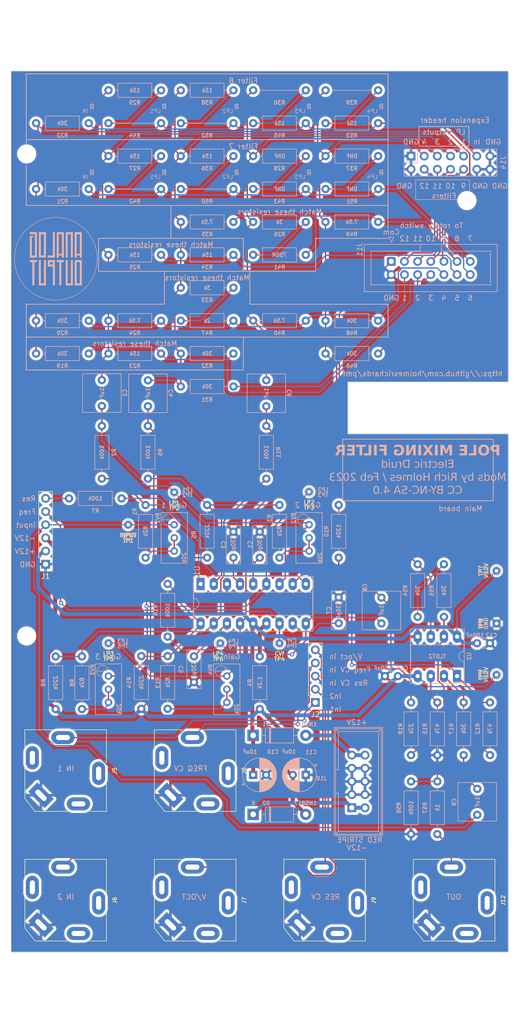
<source format=kicad_pcb>
(kicad_pcb (version 20221018) (generator pcbnew)
  (layers (0 "F.Cu" signal) (31 "B.Cu" signal) (34 "B.Paste" user) (35 "F.Paste" user) (36 "B.SilkS" user "B.Silkscreen") (37 "F.SilkS" user "F.Silkscreen") (38 "B.Mask" user) (39 "F.Mask" user) (44 "Edge.Cuts" user))
  (net 0 "")
  (net 1 "Board_0-+12V")
  (net 2 "Board_0--12V")
  (net 3 "Board_0-/Filter core/FREQ_CV")
  (net 4 "Board_0-/Filter core/INPUT")
  (net 5 "Board_0-/Filter core/RES_CV")
  (net 6 "Board_0-/Other stuff/+12V_IN")
  (net 7 "Board_0-/Other stuff/-12V_IN")
  (net 8 "Board_0-/Other stuff/FREQ_CV_IN")
  (net 9 "Board_0-/Other stuff/IN1")
  (net 10 "Board_0-/Other stuff/IN2")
  (net 11 "Board_0-/Other stuff/M_BP2")
  (net 12 "Board_0-/Other stuff/M_BP4")
  (net 13 "Board_0-/Other stuff/M_HP2")
  (net 14 "Board_0-/Other stuff/M_HP4")
  (net 15 "Board_0-/Other stuff/M_LP2")
  (net 16 "Board_0-/Other stuff/M_LP4")
  (net 17 "Board_0-/Other stuff/M_NTA")
  (net 18 "Board_0-/Other stuff/M_NTB")
  (net 19 "Board_0-/Other stuff/OUT")
  (net 20 "Board_0-/Other stuff/RES_CV_IN")
  (net 21 "Board_0-/Other stuff/V{slash}OCT_IN")
  (net 22 "Board_0-GND")
  (net 23 "Board_0-INPUT")
  (net 24 "Board_0-LINK1")
  (net 25 "Board_0-LINK2")
  (net 26 "Board_0-LINK3")
  (net 27 "Board_0-LINK4")
  (net 28 "Board_0-LP1")
  (net 29 "Board_0-LP2")
  (net 30 "Board_0-LP3")
  (net 31 "Board_0-LP4")
  (net 32 "Board_0-Net-(C9-Pad1)")
  (net 33 "Board_0-Net-(J11-Pin_1)")
  (net 34 "Board_0-Net-(R1-Pad1)")
  (net 35 "Board_0-Net-(R10-Pad2)")
  (net 36 "Board_0-Net-(R13-Pad1)")
  (net 37 "Board_0-Net-(R26-Pad2)")
  (net 38 "Board_0-Net-(R27-Pad2)")
  (net 39 "Board_0-Net-(R28-Pad2)")
  (net 40 "Board_0-Net-(R29-Pad2)")
  (net 41 "Board_0-Net-(R3-Pad1)")
  (net 42 "Board_0-Net-(R30-Pad2)")
  (net 43 "Board_0-Net-(R33-Pad2)")
  (net 44 "Board_0-Net-(R36-Pad2)")
  (net 45 "Board_0-Net-(R37-Pad2)")
  (net 46 "Board_0-Net-(R38-Pad2)")
  (net 47 "Board_0-Net-(R39-Pad2)")
  (net 48 "Board_0-Net-(R54-Pad2)")
  (net 49 "Board_0-Net-(R55-Pad2)")
  (net 50 "Board_0-Net-(R8-Pad1)")
  (net 51 "Board_0-Net-(U1-CAP1)")
  (net 52 "Board_0-Net-(U1-CAP2)")
  (net 53 "Board_0-Net-(U1-CAP3)")
  (net 54 "Board_0-Net-(U1-CAP4)")
  (net 55 "Board_0-Net-(U1-IN1)")
  (net 56 "Board_0-Net-(U1-IN2)")
  (net 57 "Board_0-Net-(U1-IN3)")
  (net 58 "Board_0-Net-(U1-IN4)")
  (net 59 "Board_0-Net-(U1-IRES)")
  (net 60 "Board_0-Net-(U1-OUT1)")
  (net 61 "Board_0-Net-(U1-OUT2)")
  (net 62 "Board_0-Net-(U1-OUT3)")
  (net 63 "Board_0-Net-(U1-OUT4)")
  (net 64 "Board_0-Net-(U1-VEE)")
  (net 65 "Board_0-Net-(U1-VRES)")
  (net 66 "Board_0-Net-(U2A-+)")
  (net 67 "Board_0-Net-(U2A--)")
  (footprint "AO_tht:Jack_6.35mm_PJ_629HAN_slots" (layer "F.Cu") (at 127.2 155 -90)
    (fp_text reference "J8")
    (fp_text value "AudioJack2")
  )
  (footprint "AO_tht:MountingHole_3.2mm_M3" (layer "F.Cu") (at 94.7 129)
    (fp_text reference "H3" hide)
    (fp_text value "MountingHole")
  )
  (footprint "AO_tht:Board_Marker" (layer "F.Cu") (at 125.2 20)
    (fp_text reference "B1")
    (fp_text value "Board")
  )
  (footprint "Connector_PinHeader_2.54mm:PinHeader_1x06_P2.54mm_Vertical" (layer "F.Cu") (at 98.36 115.16 180)
    (fp_text reference "J1")
    (fp_text value "Conn_01x06_Pin")
  )
  (footprint "pmf:pmf_panel_holes" (layer "F.Cu") (at 139.7 105)
    (fp_text reference "GRAF1" hide)
    (fp_text value "Holes" hide)
  )
  (footprint "AO_tht:Jack_6.35mm_PJ_629HAN_slots" (layer "F.Cu") (at 127.2 180 -90)
    (fp_text reference "J7")
    (fp_text value "AudioJack2")
  )
  (footprint "AO_tht:Jack_6.35mm_PJ_629HAN_slots" (layer "F.Cu") (at 102.2 155 -90)
    (fp_text reference "J5")
    (fp_text value "AudioJack2")
  )
  (footprint "AO_tht:Jack_6.35mm_PJ_629HAN_slots" (layer "F.Cu") (at 152.2 180 -90)
    (fp_text reference "J9")
    (fp_text value "AudioJack2")
  )
  (footprint "Connector_PinHeader_2.54mm:PinHeader_1x05_P2.54mm_Vertical" (layer "F.Cu") (at 150.43 141.83 180)
    (fp_text reference "J2")
    (fp_text value "Conn_01x05_Pin")
  )
  (footprint "AO_tht:Jack_6.35mm_PJ_629HAN_slots" (layer "F.Cu") (at 102.2 180 -90)
    (fp_text reference "J6")
    (fp_text value "AudioJack2")
  )
  (footprint "AO_tht:Jack_6.35mm_PJ_629HAN_slots" (layer "F.Cu") (at 177.2 180 -90)
    (fp_text reference "J12")
    (fp_text value "AudioJack2")
  )
  (footprint "AO_tht:MountingHole_3.2mm_M3" (layer "F.Cu") (at 179.7 45)
    (fp_text reference "H2" hide)
    (fp_text value "MountingHole")
  )
  (footprint "AO_tht:MountingHole_3.2mm_M3" (layer "F.Cu") (at 94.7 36)
    (fp_text reference "H1" hide)
    (fp_text value "MountingHole")
  )
  (footprint "AO_tht:R_Axial_DIN0207_L6.3mm_D2.5mm_P10.16mm_Horizontal" (layer "B.Cu") (at 168.91 157.07 -90)
    (fp_text reference "R56")
    (fp_text value "100k")
  )
  (footprint "pmf:Wire_Jumper_10.16" (layer "B.Cu") (at 110.49 30.07)
    (fp_text reference "R44")
    (fp_text value "0R")
  )
  (footprint "AO_tht:R_Axial_DIN0207_L6.3mm_D2.5mm_P10.16mm_Horizontal" (layer "B.Cu") (at 138.43 49.12)
    (fp_text reference "R26")
    (fp_text value "3k")
  )
  (footprint "AO_tht:TestPoint_THTPad_D1.5mm_Drill0.7mm" (layer "B.Cu") (at 123.19 101.27)
    (fp_text reference "TP2")
    (fp_text value "LP1")
  )
  (footprint "AO_tht:R_Axial_DIN0207_L6.3mm_D2.5mm_P10.16mm_Horizontal" (layer "B.Cu") (at 124.46 74.52)
    (fp_text reference "R32")
    (fp_text value "30k")
  )
  (footprint "AO_tht:R_Axial_DIN0207_L6.3mm_D2.5mm_P10.16mm_Horizontal" (layer "B.Cu") (at 140.97 98.65 90)
    (fp_text reference "R11")
    (fp_text value "100k")
  )
  (footprint "AO_tht:TestPoint_THTPad_D1.5mm_Drill0.7mm" (layer "B.Cu") (at 143.51 130.4)
    (fp_text reference "TP4")
    (fp_text value "CVf")
  )
  (footprint "Connector_IDC:IDC-Header_2x07_P2.54mm_Vertical" (layer "B.Cu") (at 165.1 56.74 -90)
    (fp_text reference "J11")
    (fp_text value "Conn_02x07_Odd_Even")
  )
  (footprint "AO_tht:TestPoint_THTPad_D1.5mm_Drill0.7mm" (layer "B.Cu") (at 185.42 126.59 -90)
    (fp_text reference "TP8")
    (fp_text value "GND")
  )
  (footprint "Package_DIP:DIP-18_W7.62mm_Socket_LongPads" (layer "B.Cu") (at 128.28 118.98 -90)
    (fp_text reference "U1")
    (fp_text value "AS3320")
  )
  (footprint "AO_tht:CP_Radial_D6.3mm_P2.50mm" (layer "B.Cu") (at 148.59 155.8 180)
    (fp_text reference "C11")
    (fp_text value "10uF")
  )
  (footprint "AO_tht:R_Axial_DIN0207_L6.3mm_D2.5mm_P10.16mm_Horizontal" (layer "B.Cu") (at 173.99 157.07 -90)
    (fp_text reference "R57")
    (fp_text value "1k")
  )
  (footprint "AO_tht:TestPoint_THTPad_D1.5mm_Drill0.7mm" (layer "B.Cu") (at 110.49 130.39)
    (fp_text reference "TP5")
    (fp_text value "LP3")
  )
  (footprint "AO_tht:R_Axial_DIN0207_L6.3mm_D2.5mm_P10.16mm_Horizontal" (layer "B.Cu") (at 110.49 68.17)
    (fp_text reference "R24")
    (fp_text value "7.5k")
  )
  (footprint "AO_tht:R_Axial_DIN0207_L6.3mm_D2.5mm_P10.16mm_Horizontal" (layer "B.Cu") (at 96.52 42.77)
    (fp_text reference "R21")
    (fp_text value "30k")
  )
  (footprint "AO_tht:R_Axial_DIN0207_L6.3mm_D2.5mm_P10.16mm_Horizontal" (layer "B.Cu") (at 96.52 30.07)
    (fp_text reference "R22")
    (fp_text value "30k")
  )
  (footprint "AO_tht:R_Axial_DIN0207_L6.3mm_D2.5mm_P10.16mm_Horizontal" (layer "B.Cu") (at 152.4 49.12)
    (fp_text reference "R49")
    (fp_text value "7.5k")
  )
  (footprint "pmf:Wire_Jumper_10.16" (layer "B.Cu") (at 152.4 23.72)
    (fp_text reference "R39")
    (fp_text value "0R")
  )
  (footprint "AO_tht:Potentiometer_Bourns_3296W_Vertical_standard" (layer "B.Cu") (at 123.19 107.54 90)
    (fp_text reference "RV1")
    (fp_text value "20k")
  )
  (footprint "pmf:Wire_Jumper_10.16" (layer "B.Cu") (at 124.46 42.77)
    (fp_text reference "R50")
    (fp_text value "0R")
  )
  (footprint "AO_tht:R_Axial_DIN0207_L6.3mm_D2.5mm_P10.16mm_Horizontal" (layer "B.Cu") (at 121.92 118.96 -90)
    (fp_text reference "R16")
    (fp_text value "100k")
  )
  (footprint "AO_tht:R_Axial_DIN0207_L6.3mm_D2.5mm_P10.16mm_Horizontal" (layer "B.Cu") (at 124.46 23.72)
    (fp_text reference "R38")
    (fp_text value "15k")
  )
  (footprint "AO_tht:R_Axial_DIN0207_L6.3mm_D2.5mm_P10.16mm_Horizontal" (layer "B.Cu") (at 110.49 55.47)
    (fp_text reference "R25")
    (fp_text value "15k")
  )
  (footprint "AO_tht:R_Axial_DIN0207_L6.3mm_D2.5mm_P10.16mm_Horizontal" (layer "B.Cu") (at 152.4 68.17)
    (fp_text reference "R48")
    (fp_text value "30k")
  )
  (footprint "AO_tht:R_Axial_DIN0207_L6.3mm_D2.5mm_P10.16mm_Horizontal" (layer "B.Cu") (at 124.46 80.87)
    (fp_text reference "R31")
    (fp_text value "30k")
  )
  (footprint "AO_tht:C_Rect_L7.2mm_W7.2mm_P5.00mm_FKS2_FKP2_MKS2_MKP2" (layer "B.Cu") (at 140.97 84.68 90)
    (fp_text reference "C6")
    (fp_text value "1uF")
  )
  (footprint "AO_tht:R_Axial_DIN0207_L6.3mm_D2.5mm_P10.16mm_Horizontal" (layer "B.Cu") (at 110.49 23.72)
    (fp_text reference "R29")
    (fp_text value "15k")
  )
  (footprint "AO_tht:C_Disc_D3.0mm_W1.6mm_P2.50mm" (layer "B.Cu") (at 163.87 136.75)
    (fp_text reference "C13")
    (fp_text value "100nF")
  )
  (footprint "AO_tht:DIP-8_W7.62mm_Socket_LongPads" (layer "B.Cu") (at 177.8 136.75 90)
    (fp_text reference "U2")
    (fp_text value "TL072")
  )
  (footprint "AO_tht:CP_Radial_D6.3mm_P2.50mm" (layer "B.Cu") (at 138.43 155.8)
    (fp_text reference "C10")
    (fp_text value "10uF")
  )
  (footprint "AO_tht:D_DO-41_SOD81_P10.16mm_Horizontal" (layer "B.Cu") (at 138.43 163.42)
    (fp_text reference "D2")
    (fp_text value "1N5817")
  )
  (footprint "AO_tht:C_Rect_L7.2mm_W2.5mm_P5.00mm_FKS2_FKP2_MKS2_MKP2" (layer "B.Cu") (at 127 132.93 -90)
    (fp_text reference "C5")
    (fp_text value "330pF")
  )
  (footprint "pmf:R_Axial_DNF_L6.3mm_P10.16mm_Horizontal" (layer "B.Cu") (at 152.4 36.42)
    (fp_text reference "R37")
    (fp_text value "DNF")
  )
  (footprint "pmf:R_Axial_DNF_L6.3mm_P10.16mm_Horizontal" (layer "B.Cu") (at 138.43 36.42)
    (fp_text reference "R28")
    (fp_text value "DNF")
  )
  (footprint "pmf:Wire_Jumper_10.16" (layer "B.Cu") (at 138.43 23.72)
    (fp_text reference "R30")
    (fp_text value "0R")
  )
  (footprint "AO_tht:Potentiometer_Bourns_3296W_Vertical_standard" (layer "B.Cu") (at 133.35 136.74 90)
    (fp_text reference "RV4")
    (fp_text value "20k")
  )
  (footprint "AO_tht:R_Axial_DIN0207_L6.3mm_D2.5mm_P10.16mm_Horizontal" (layer "B.Cu") (at 139.7 143.1 90)
    (fp_text reference "R4")
    (fp_text value "1.2k")
  )
  (footprint "AO_tht:Potentiometer_Bourns_3296W_Vertical_standard" (layer "B.Cu") (at 110.49 136.74 90)
    (fp_text reference "RV3")
    (fp_text value "20k")
  )
  (footprint "AO_tht:TestPoint_THTPad_D1.5mm_Drill0.7mm" (layer "B.Cu") (at 132.08 130.39)
    (fp_text reference "TP6")
    (fp_text value "LP4")
  )
  (footprint "Connector_PinHeader_2.54mm:PinHeader_2x07_P2.54mm_Vertical" (layer "B.Cu") (at 168.91 36.42 -90)
    (fp_text reference "J14")
    (fp_text value "Conn_02x07_Odd_Even")
  )
  (footprint "AO_tht:R_Axial_DIN0207_L6.3mm_D2.5mm_P10.16mm_Horizontal" (layer "B.Cu") (at 109.22 98.65 90)
    (fp_text reference "R2")
    (fp_text value "100k")
  )
  (footprint "AO_tht:R_Axial_DIN0207_L6.3mm_D2.5mm_P10.16mm_Horizontal" (layer "B.Cu") (at 179.07 141.83 -90)
    (fp_text reference "R17")
    (fp_text value "30k")
  )
  (footprint "AO_tht:C_Rect_L7.2mm_W7.2mm_P5.00mm_FKS2_FKP2_MKS2_MKP2" (layer "B.Cu") (at 118.11 84.68 90)
    (fp_text reference "C4")
    (fp_text value "1uF")
  )
  (footprint "AO_tht:R_Axial_DIN0207_L6.3mm_D2.5mm_P10.16mm_Horizontal" (layer "B.Cu") (at 124.46 68.17)
    (fp_text reference "R47")
    (fp_text value "2k")
  )
  (footprint "AO_tht:C_Rect_L7.2mm_W2.5mm_P5.00mm_FKS2_FKP2_MKS2_MKP2" (layer "B.Cu") (at 139.7 113.89 90)
    (fp_text reference "C1")
    (fp_text value "330pF")
  )
  (footprint "AO_tht:R_Axial_DIN0207_L6.3mm_D2.5mm_P10.16mm_Horizontal" (layer "B.Cu") (at 154.94 103.73 -90)
    (fp_text reference "R10")
    (fp_text value "120k")
  )
  (footprint "AO_tht:C_Rect_L7.2mm_W2.5mm_P5.00mm_FKS2_FKP2_MKS2_MKP2" (layer "B.Cu") (at 134.62 113.89 90)
    (fp_text reference "C3")
    (fp_text value "330pF")
  )
  (footprint "AO_tht:R_Axial_DIN0207_L6.3mm_D2.5mm_P10.16mm_Horizontal" (layer "B.Cu") (at 124.46 61.82)
    (fp_text reference "R33")
    (fp_text value "3k")
  )
  (footprint "AO_tht:C_Rect_L7.2mm_W2.5mm_P5.00mm_FKS2_FKP2_MKS2_MKP2" (layer "B.Cu") (at 154.94 126.55 90)
    (fp_text reference "C7")
    (fp_text value "330pF")
  )
  (footprint "AO_tht:C_Rect_L7.2mm_W7.2mm_P5.00mm_FKS2_FKP2_MKS2_MKP2" (layer "B.Cu") (at 163.195 126.59 90)
    (fp_text reference "C8")
    (fp_text value "1uF")
  )
  (footprint "AO_tht:R_Axial_DIN0207_L6.3mm_D2.5mm_P10.16mm_Horizontal" (layer "B.Cu") (at 175.26 115.16 -90)
    (fp_text reference "R55")
    (fp_text value "30k")
  )
  (footprint "AO_tht:R_Axial_DIN0207_L6.3mm_D2.5mm_P10.16mm_Horizontal" (layer "B.Cu") (at 124.46 36.42)
    (fp_text reference "R36")
    (fp_text value "15k")
  )
  (footprint "AO_tht:C_Disc_D3.0mm_W1.6mm_P2.50mm" (layer "B.Cu") (at 181.65 130.4)
    (fp_text reference "C12")
    (fp_text value "100nF")
  )
  (footprint "AO_tht:R_Axial_DIN0207_L6.3mm_D2.5mm_P10.16mm_Horizontal" (layer "B.Cu") (at 138.43 68.17)
    (fp_text reference "R40")
    (fp_text value "7.5k")
  )
  (footprint "AO_tht:R_Axial_DIN0207_L6.3mm_D2.5mm_P10.16mm_Horizontal" (layer "B.Cu") (at 100.29 132.95 -90)
    (fp_text reference "R9")
    (fp_text value "220k")
  )
  (footprint "pmf:R_Axial_DNF_L6.3mm_P10.16mm_Horizontal" (layer "B.Cu") (at 152.4 42.77)
    (fp_text reference "R51")
    (fp_text value "DNF")
  )
  (footprint "AO_tht:R_Axial_DIN0207_L6.3mm_D2.5mm_P10.16mm_Horizontal" (layer "B.Cu") (at 121.92 143.05 90)
    (fp_text reference "R13")
    (fp_text value "82k")
  )
  (footprint "AO_tht:R_Axial_DIN0207_L6.3mm_D2.5mm_P10.16mm_Horizontal" (layer "B.Cu") (at 168.91 151.99 90)
    (fp_text reference "R18")
    (fp_text value "22k")
  )
  (footprint "pmf:R_Axial_DNF_L6.3mm_P10.16mm_Horizontal" (layer "B.Cu") (at 138.43 42.77)
    (fp_text reference "R43")
    (fp_text value "DNF")
  )
  (footprint "AO_tht:TestPoint_THTPad_D1.5mm_Drill0.7mm" (layer "B.Cu") (at 185.42 136.49 -90)
    (fp_text reference "TP9")
    (fp_text value "-12V")
  )
  (footprint "AO_tht:R_Axial_DIN0207_L6.3mm_D2.5mm_P10.16mm_Horizontal" (layer "B.Cu") (at 96.52 68.17)
    (fp_text reference "R20")
    (fp_text value "30k")
  )
  (footprint "AO_tht:TestPoint_THTPad_D1.5mm_Drill0.7mm" (layer "B.Cu") (at 114.3 107.55)
    (fp_text reference "TP1")
    (fp_text value "INPUT")
  )
  (footprint "AO_tht:R_Axial_DIN0207_L6.3mm_D2.5mm_P10.16mm_Horizontal" (layer "B.Cu") (at 102.87 102.46)
    (fp_text reference "R7")
    (fp_text value "100k")
  )
  (footprint "AO_tht:R_Axial_DIN0207_L6.3mm_D2.5mm_P10.16mm_Horizontal" (layer "B.Cu") (at 110.49 36.42)
    (fp_text reference "R27")
    (fp_text value "15k")
  )
  (footprint "AO_tht:C_Rect_L7.2mm_W7.2mm_P5.00mm_FKS2_FKP2_MKS2_MKP2" (layer "B.Cu") (at 181.7 158.5 -90)
    (fp_text reference "C9")
    (fp_text value "1uF")
  )
  (footprint "AO_tht:R_Axial_DIN0207_L6.3mm_D2.5mm_P10.16mm_Horizontal" (layer "B.Cu") (at 110.49 74.52)
    (fp_text reference "R23")
    (fp_text value "15k")
  )
  (footprint "AO_tht:R_Axial_DIN0207_L6.3mm_D2.5mm_P10.16mm_Horizontal" (layer "B.Cu") (at 138.43 55.47)
    (fp_text reference "R41")
    (fp_text value "750R")
  )
  (footprint "AO_tht:R_Axial_DIN0207_L6.3mm_D2.5mm_P10.16mm_Horizontal" (layer "B.Cu") (at 152.4 74.52)
    (fp_text reference "R46")
    (fp_text value "30k")
  )
  (footprint "AO_tht:R_Axial_DIN0207_L6.3mm_D2.5mm_P10.16mm_Horizontal" (layer "B.Cu") (at 96.52 74.52)
    (fp_text reference "R19")
    (fp_text value "30k")
  )
  (footprint "pmf:Wire_Jumper_10.16" (layer "B.Cu") (at 110.49 42.77)
    (fp_text reference "R42")
    (fp_text value "0R")
  )
  (footprint "AO_tht:R_Axial_DIN0207_L6.3mm_D2.5mm_P10.16mm_Horizontal" (layer "B.Cu") (at 184.15 141.83 -90)
    (fp_text reference "R12")
    (fp_text value "47k")
  )
  (footprint "AO_tht:D_DO-41_SOD81_P10.16mm_Horizontal" (layer "B.Cu") (at 138.43 148.18)
    (fp_text reference "D1")
    (fp_text value "1N5817")
  )
  (footprint "AO_tht:R_Axial_DIN0207_L6.3mm_D2.5mm_P10.16mm_Horizontal" (layer "B.Cu") (at 124.46 55.47)
    (fp_text reference "R34")
    (fp_text value "15k")
  )
  (footprint "AO_tht:R_Axial_DIN0207_L6.3mm_D2.5mm_P10.16mm_Horizontal" (layer "B.Cu") (at 124.46 49.12)
    (fp_text reference "R35")
    (fp_text value "7.5k")
  )
  (footprint "AO_tht:R_Axial_DIN0207_L6.3mm_D2.5mm_P10.16mm_Horizontal" (layer "B.Cu") (at 138.43 30.07)
    (fp_text reference "R45")
    (fp_text value "15k")
  )
  (footprint "AO_tht:analogoutput" (layer "B.Cu") (at 100.33 56.232 180)
    (fp_text reference "GRAF3" hide)
    (fp_text value "AO_logo" hide)
  )
  (footprint "AO_tht:R_Axial_DIN0207_L6.3mm_D2.5mm_P10.16mm_Horizontal" (layer "B.Cu") (at 170.18 115.16 -90)
    (fp_text reference "R54")
    (fp_text value "30k")
  )
  (footprint "AO_tht:R_Axial_DIN0207_L6.3mm_D2.5mm_P10.16mm_Horizontal" (layer "B.Cu") (at 143.51 113.89 90)
    (fp_text reference "R3")
    (fp_text value "82k")
  )
  (footprint "AO_tht:R_Axial_DIN0207_L6.3mm_D2.5mm_P10.16mm_Horizontal" (layer "B.Cu") (at 118.11 98.65 90)
    (fp_text reference "R6")
    (fp_text value "100k")
  )
  (footprint "AO_tht:TestPoint_THTPad_D1.5mm_Drill0.7mm" (layer "B.Cu") (at 185.42 116.43 -90)
    (fp_text reference "TP7")
    (fp_text value "+12V")
  )
  (footprint "AO_tht:Power_Header" (layer "B.Cu") (at 157.48 162.15)
    (fp_text reference "J10")
    (fp_text value "Synth_power_2x5")
  )
  (footprint "AO_tht:R_Axial_DIN0207_L6.3mm_D2.5mm_P10.16mm_Horizontal" (layer "B.Cu") (at 117.65 113.9 90)
    (fp_text reference "R1")
    (fp_text value "82k")
  )
  (footprint "AO_tht:R_Axial_DIN0207_L6.3mm_D2.5mm_P10.16mm_Horizontal" (layer "B.Cu") (at 173.99 141.83 -90)
    (fp_text reference "R15")
    (fp_text value "47k")
  )
  (footprint "AO_tht:C_Rect_L7.2mm_W7.2mm_P5.00mm_FKS2_FKP2_MKS2_MKP2" (layer "B.Cu") (at 109.22 84.64 90)
    (fp_text reference "C2")
    (fp_text value "1uF")
  )
  (footprint "AO_tht:R_Axial_DIN0207_L6.3mm_D2.5mm_P10.16mm_Horizontal" (layer "B.Cu") (at 116.84 132.89 -90)
    (fp_text reference "R14")
    (fp_text value "220k")
  )
  (footprint "AO_tht:Potentiometer_Bourns_3296W_Vertical_standard" (layer "B.Cu") (at 149.225 107.53 90)
    (fp_text reference "RV2")
    (fp_text value "20k")
  )
  (footprint "AO_tht:TestPoint_THTPad_D1.5mm_Drill0.7mm" (layer "B.Cu") (at 149.225 101.19)
    (fp_text reference "TP3")
    (fp_text value "LP2")
  )
  (footprint "AO_tht:R_Axial_DIN0207_L6.3mm_D2.5mm_P10.16mm_Horizontal" (layer "B.Cu") (at 129.54 103.73 -90)
    (fp_text reference "R5")
    (fp_text value "220k")
  )
  (footprint "AO_tht:R_Axial_DIN0207_L6.3mm_D2.5mm_P10.16mm_Horizontal" (layer "B.Cu") (at 152.4 30.07)
    (fp_text reference "R53")
    (fp_text value "15k")
  )
  (footprint "pmf:Wire_Jumper_10.16" (layer "B.Cu") (at 124.46 30.07)
    (fp_text reference "R52")
    (fp_text value "0R")
  )
  (footprint "AO_tht:R_Axial_DIN0207_L6.3mm_D2.5mm_P10.16mm_Horizontal" (layer "B.Cu") (at 105.37 143.11 90)
    (fp_text reference "R8")
    (fp_text value "82k")
  )
  (gr_line (start 137.795 64.995) (end 137.795 58.645) (stroke (width 0.15)) (layer "B.SilkS"))
  (gr_line (start 94.615 64.995) (end 121.285 64.995) (stroke (width 0.15)) (layer "B.SilkS"))
  (gr_line (start 164.465 33.245) (end 94.615 33.245) (stroke (width 0.15)) (layer "B.SilkS"))
  (gr_line (start 94.615 77.695) (end 94.615 71.345) (stroke (width 0.15)) (layer "B.SilkS"))
  (gr_line (start 108.585 58.645) (end 108.585 52.295) (stroke (width 0.15)) (layer "B.SilkS"))
  (gr_line (start 164.465 64.995) (end 164.465 71.345) (stroke (width 0.15)) (layer "B.SilkS"))
  (gr_line (start 169.799 40.992) (end 180.213 40.992) (stroke (width 0.1)) (layer "B.SilkS"))
  (gr_line (start 136.525 52.295) (end 136.525 58.645) (stroke (width 0.15)) (layer "B.SilkS"))
  (gr_line (start 121.285 64.995) (end 121.285 58.645) (stroke (width 0.15)) (layer "B.SilkS"))
  (gr_line (start 164.465 71.345) (end 94.615 71.345) (stroke (width 0.15)) (layer "B.SilkS"))
  (gr_line (start 177.8 44.802) (end 169.799 44.802) (stroke (width 0.1)) (layer "B.SilkS"))
  (gr_line (start 150.495 52.295) (end 164.465 52.295) (stroke (width 0.15)) (layer "B.SilkS"))
  (gr_line (start 108.585 52.295) (end 136.525 52.295) (stroke (width 0.15)) (layer "B.SilkS"))
  (gr_line (start 164.465 50.39) (end 164.465 45.945) (stroke (width 0.15)) (layer "B.SilkS"))
  (gr_line (start 180.213 40.992) (end 180.213 43.151) (stroke (width 0.1)) (layer "B.SilkS"))
  (gr_line (start 121.285 58.645) (end 108.585 58.645) (stroke (width 0.15)) (layer "B.SilkS"))
  (gr_line (start 150.495 58.645) (end 137.795 58.645) (stroke (width 0.15)) (layer "B.SilkS"))
  (gr_rect (start 170.434 30.705) (end 180.086 34.515) (stroke (width 0.15)) (fill none) (layer "B.SilkS"))
  (gr_line (start 137.795 64.995) (end 164.465 64.995) (stroke (width 0.15)) (layer "B.SilkS"))
  (gr_line (start 94.615 38.325) (end 94.615 45.945) (stroke (width 0.15)) (layer "B.SilkS"))
  (gr_line (start 122.555 45.945) (end 122.555 52.295) (stroke (width 0.15)) (layer "B.SilkS"))
  (gr_rect (start 155.71 91.03) (end 184.785 102.92) (stroke (width 0.15)) (fill none) (layer "B.SilkS"))
  (gr_line (start 169.799 44.802) (end 169.799 40.992) (stroke (width 0.1)) (layer "B.SilkS"))
  (gr_line (start 121.285 58.645) (end 137.795 58.645) (stroke (width 0.15)) (layer "B.SilkS"))
  (gr_line (start 164.465 33.245) (end 164.465 20.545) (stroke (width 0.15)) (layer "B.SilkS"))
  (gr_line (start 150.495 52.295) (end 150.495 58.645) (stroke (width 0.15)) (layer "B.SilkS"))
  (gr_line (start 94.615 77.695) (end 136.525 77.695) (stroke (width 0.15)) (layer "B.SilkS"))
  (gr_line (start 164.465 45.945) (end 164.465 33.245) (stroke (width 0.15)) (layer "B.SilkS"))
  (gr_line (start 94.615 71.345) (end 94.615 64.995) (stroke (width 0.15)) (layer "B.SilkS"))
  (gr_line (start 94.615 45.945) (end 164.465 45.945) (stroke (width 0.15)) (layer "B.SilkS"))
  (gr_line (start 136.525 77.695) (end 136.525 71.345) (stroke (width 0.15)) (layer "B.SilkS"))
  (gr_line (start 164.465 20.545) (end 94.615 20.545) (stroke (width 0.15)) (layer "B.SilkS"))
  (gr_line (start 94.615 20.545) (end 94.615 33.88) (stroke (width 0.15)) (layer "B.SilkS"))
  (gr_line (start 156.7 80) (end 156.7 90) (stroke (width 0.1)) (layer "Edge.Cuts"))
  (gr_line (start 156.7 90) (end 187.7 90) (stroke (width 0.1)) (layer "Edge.Cuts"))
  (gr_line (start 187.7 80) (end 156.7 80) (stroke (width 0.1)) (layer "Edge.Cuts"))
  (gr_line (start 187.7 20) (end 187.7 80) (stroke (width 0.1)) (layer "Edge.Cuts"))
  (gr_line (start 91.7 190) (end 91.7 20) (stroke (width 0.1)) (layer "Edge.Cuts"))
  (gr_line (start 187.7 190) (end 91.7 190) (stroke (width 0.1)) (layer "Edge.Cuts"))
  (gr_line (start 187.7 190) (end 187.7 190) (stroke (width 0.1)) (layer "Edge.Cuts"))
  (gr_line (start 187.7 90) (end 187.7 190) (stroke (width 0.1)) (layer "Edge.Cuts"))
  (gr_line (start 91.7 20) (end 187.7 20) (stroke (width 0.1)) (layer "Edge.Cuts"))
  (gr_text "Gain 1" (at 125.73 104.375) (layer "B.SilkS") (effects (font (size 1 1)) (justify left bottom mirror)))
  (gr_text "R" (at 106.68 40.23) (layer "B.SilkS") (effects (font (size 1 1)) (justify right bottom mirror)))
  (gr_text "5" (at 177.8 64.36) (layer "B.SilkS") (effects (font (size 1 1)) (justify bottom mirror)))
  (gr_text "9" (at 179.07 42.77) (layer "B.SilkS") (effects (font (size 1 1)) (justify bottom mirror)))
  (gr_text "POLE MIXING FILTER" (at 170.2 94.5) (layer "B.SilkS") (effects (font (size 2 2) (thickness 0.3) bold) (justify bottom mirror)))
  (gr_text "1" (at 179.07 34.261) (layer "B.SilkS") (effects (font (size 1 1)) (justify bottom mirror)))
  (gr_text "IN 2" (at 102.235 179.93) (layer "B.SilkS") (effects (font (size 1 1)) (justify bottom mirror)))
  (gr_text "Freq CV in\n" (at 153.035 136.115) (layer "B.SilkS") (effects (font (size 1 1)) (justify right bottom mirror)))
  (gr_text "GND" (at 168.91 34.261) (layer "B.SilkS") (effects (font (size 1 1)) (justify bottom mirror)))
  (gr_text "GND" (at 96.52 115.795) (layer "B.SilkS") (effects (font (size 1 1)) (justify left bottom mirror)))
  (gr_text "R" (at 134.62 40.23) (layer "B.SilkS") (effects (font (size 1 1)) (justify right bottom mirror)))
  (gr_text "LP2" (at 134.62 28.165) (layer "B.SilkS") (effects (font (size 0.75 0.75) (thickness 0.1)) (justify left bottom mirror)))
  (gr_text "7" (at 180.34 52.93) (layer "B.SilkS") (effects (font (size 1 1)) (justify bottom mirror)))
  (gr_text "Main board" (at 178.45 105) (layer "B.SilkS") (effects (font (size 1 1)) (justify bottom mirror)))
  (gr_text "LP1" (at 120.65 28.165) (layer "B.SilkS") (effects (font (size 0.75 0.75) (thickness 0.1)) (justify left bottom mirror)))
  (gr_text "Filter 7" (at 136.525 35.15) (layer "B.SilkS") (effects (font (size 1 1)) (justify bottom mirror)))
  (gr_text "LP4" (at 162.56 40.865) (layer "B.SilkS") (effects (font (size 0.75 0.75) (thickness 0.1)) (justify left bottom mirror)))
  (gr_text "Gain 3" (at 113.03 133.575) (layer "B.SilkS") (effects (font (size 1 1)) (justify left bottom mirror)))
  (gr_text "OUT" (at 177.165 179.93) (layer "B.SilkS") (effects (font (size 1 1)) (justify bottom mirror)))
  (gr_text "https://github.com/holmesrichards/pmf" (at 186.69 78.965) (layer "B.SilkS") (effects (font (size 1 1)) (justify left bottom mirror)))
  (gr_text "+12V" (at 96.52 113.255) (layer "B.SilkS") (effects (font (size 1 1)) (justify left bottom mirror)))
  (gr_text "GND" (at 165.1 64.36) (layer "B.SilkS") (effects (font (size 1 1)) (justify bottom mirror)))
  (gr_text "LP2" (at 134.62 40.865) (layer "B.SilkS") (effects (font (size 0.75 0.75) (thickness 0.1)) (justify left bottom mirror)))
  (gr_text "Electric Druid\nMods by Rich Holmes / Feb 2023\nCC BY-NC-SA 4.0" (at 170.18 101.825) (layer "B.SilkS") (effects (font (size 1.5 1.5)) (justify bottom mirror)))
  (gr_text "9" (at 175.26 52.93) (layer "B.SilkS") (effects (font (size 1 1)) (justify bottom mirror)))
  (gr_text "Freq" (at 96.52 105.635) (layer "B.SilkS") (effects (font (size 1 1)) (justify left bottom mirror)))
  (gr_text "Res CV in" (at 153.035 138.655) (layer "B.SilkS") (effects (font (size 1 1)) (justify right bottom mirror)))
  (gr_text "LP1" (at 120.65 40.865) (layer "B.SilkS") (effects (font (size 0.75 0.75) (thickness 0.1)) (justify left bottom mirror)))
  (gr_text "10" (at 172.72 52.93) (layer "B.SilkS") (effects (font (size 1 1)) (justify bottom mirror)))
  (gr_text "Gain 4" (at 136.017 133.575) (layer "B.SilkS") (effects (font (size 1 1)) (justify left bottom mirror)))
  (gr_text "GND" (at 167.64 42.77) (layer "B.SilkS") (effects (font (size 1 1)) (justify bottom mirror)))
  (gr_text "-12V" (at 96.52 110.715) (layer "B.SilkS") (effects (font (size 1 1)) (justify left bottom mirror)))
  (gr_text "R" (at 120.65 40.23) (layer "B.SilkS") (effects (font (size 1 1)) (justify right bottom mirror)))
  (gr_text "4" (at 175.26 64.36) (layer "B.SilkS") (effects (font (size 1 1)) (justify bottom mirror)))
  (gr_text "3" (at 172.72 64.36) (layer "B.SilkS") (effects (font (size 1 1)) (justify bottom mirror)))
  (gr_text "R" (at 148.59 27.53) (layer "B.SilkS") (effects (font (size 1 1)) (justify right bottom mirror)))
  (gr_text "LP4" (at 162.56 28.165) (layer "B.SilkS") (effects (font (size 0.75 0.75) (thickness 0.1)) (justify left bottom mirror)))
  (gr_text "GND" (at 184.785 34.261) (layer "B.SilkS") (effects (font (size 1 1)) (justify bottom mirror)))
  (gr_text "In2" (at 153.035 141.195) (layer "B.SilkS") (effects (font (size 1 1)) (justify right bottom mirror)))
  (gr_text "2" (at 176.53 34.261) (layer "B.SilkS") (effects (font (size 1 1)) (justify bottom mirror)))
  (gr_text "Filters" (at 175.26 44.675) (layer "B.SilkS") (effects (font (size 1 1)) (justify bottom mirror)))
  (gr_text "IN" (at 106.68 28.165) (layer "B.SilkS") (effects (font (size 0.75 0.75) (thickness 0.1)) (justify left bottom mirror)))
  (gr_text "R" (at 134.62 27.53) (layer "B.SilkS") (effects (font (size 1 1)) (justify right bottom mirror)))
  (gr_text "IN" (at 106.68 40.865) (layer "B.SilkS") (effects (font (size 0.75 0.75) (thickness 0.1)) (justify left bottom mirror)))
  (gr_text "Match these resistors" (at 143.51 47.75) (layer "B.SilkS") (effects (font (size 1 1)) (justify bottom mirror)))
  (gr_text "In1" (at 153.035 143.735) (layer "B.SilkS") (effects (font (size 1 1)) (justify right bottom mirror)))
  (gr_text "R" (at 148.59 40.23) (layer "B.SilkS") (effects (font (size 1 1)) (justify right bottom mirror)))
  (gr_text "1" (at 167.64 64.36) (layer "B.SilkS") (effects (font (size 1 1)) (justify bottom mirror)))
  (gr_text "R" (at 120.65 27.53) (layer "B.SilkS") (effects (font (size 1 1)) (justify right bottom mirror)))
  (gr_text "2" (at 170.18 64.36) (layer "B.SilkS") (effects (font (size 1 1)) (justify bottom mirror)))
  (gr_text "8" (at 177.8 52.93) (layer "B.SilkS") (effects (font (size 1 1)) (justify bottom mirror)))
  (gr_text "10" (at 176.53 42.77) (layer "B.SilkS") (effects (font (size 1 1)) (justify bottom mirror)))
  (gr_text "FREQ CV" (at 126.365 155.165) (layer "B.SilkS") (effects (font (size 1 1)) (justify bottom mirror)))
  (gr_text "Com" (at 165.1 51.66) (layer "B.SilkS") (effects (font (size 1 1)) (justify bottom mirror)))
  (gr_text "GND" (at 182.245 42.77) (layer "B.SilkS") (effects (font (size 1 1)) (justify bottom mirror)))
  (gr_text "R" (at 162.56 27.53) (layer "B.SilkS") (effects (font (size 1 1)) (justify right bottom mirror)))
  (gr_text "Gain 2" (at 151.59 104.365) (layer "B.SilkS") (effects (font (size 1 1)) (justify left bottom mirror)))
  (gr_text "11" (at 173.99 42.77) (layer "B.SilkS") (effects (font (size 1 1)) (justify bottom mirror)))
  (gr_text "Input" (at 96.52 108.175) (layer "B.SilkS") (effects (font (size 1 1)) (justify left bottom mirror)))
  (gr_text "LP Outputs" (at 175.26 32.356) (layer "B.SilkS") (effects (font (size 1 1)) (justify bottom mirror)))
  (gr_text "Res" (at 96.52 103.095) (layer "B.SilkS") (effects (font (size 1 1)) (justify left bottom mirror)))
  (gr_text "V/oct in" (at 153.035 133.575) (layer "B.SilkS") (effects (font (size 1 1)) (justify right bottom mirror)))
  (gr_text "R" (at 162.56 40.23) (layer "B.SilkS") (effects (font (size 1 1)) (justify right bottom mirror)))
  (gr_text "R" (at 106.68 27.53) (layer "B.SilkS") (effects (font (size 1 1)) (justify right bottom mirror)))
  (gr_text "GND" (at 186.055 42.77) (layer "B.SilkS") (effects (font (size 1 1)) (justify bottom mirror)))
  (gr_text "V/OCT" (at 127 179.93) (layer "B.SilkS") (effects (font (size 1 1)) (justify bottom mirror)))
  (gr_text "Match these resistors" (at 129.54 60.45) (layer "B.SilkS") (effects (font (size 1 1)) (justify bottom mirror)))
  (gr_text "IN 1" (at 102.235 155.165) (layer "B.SilkS") (effects (font (size 1 1)) (justify bottom mirror)))
  (gr_text "In" (at 181.61 34.261) (layer "B.SilkS") (effects (font (size 1 1)) (justify bottom mirror)))
  (gr_text "RES CV" (at 152.4 179.93) (layer "B.SilkS") (effects (font (size 1 1)) (justify bottom mirror)))
  (gr_text "Match these resistors" (at 115.57 73.15) (layer "B.SilkS") (effects (font (size 1 1)) (justify bottom mirror)))
  (gr_text "Match these resistors" (at 122.555 54.073) (layer "B.SilkS") (effects (font (size 1 1)) (justify bottom mirror)))
  (gr_text "LP3" (at 148.59 28.165) (layer "B.SilkS") (effects (font (size 0.75 0.75) (thickness 0.1)) (justify left bottom mirror)))
  (gr_text "11" (at 170.18 52.93) (layer "B.SilkS") (effects (font (size 1 1)) (justify bottom mirror)))
  (gr_text "6" (at 180.34 64.36) (layer "B.SilkS") (effects (font (size 1 1)) (justify bottom mirror)))
  (gr_text "12" (at 171.45 42.77) (layer "B.SilkS") (effects (font (size 1 1)) (justify bottom mirror)))
  (gr_text "Filter 8" (at 136.525 22.45) (layer "B.SilkS") (effects (font (size 1 1)) (justify bottom mirror)))
  (gr_text "4" (at 171.45 34.261) (layer "B.SilkS") (effects (font (size 1 1)) (justify bottom mirror)))
  (gr_text "To rotary switch" (at 179.07 50.39) (layer "B.SilkS") (effects (font (size 1 1)) (justify left bottom mirror)))
  (gr_text "3" (at 173.99 34.261) (layer "B.SilkS") (effects (font (size 1 1)) (justify bottom mirror)))
  (gr_text "LP3" (at 148.59 40.865) (layer "B.SilkS") (effects (font (size 0.75 0.75) (thickness 0.1)) (justify left bottom mirror)))
  (gr_text "12" (at 167.64 52.93) (layer "B.SilkS") (effects (font (size 1 1)) (justify bottom mirror)))
  (gr_text "Expansion header" (at 184.15 30.07) (layer "B.SilkS") (effects (font (size 1 1)) (justify left bottom mirror)))
  (segment (start 138.43 148.18) (end 138.43 155.8) (width 0.75) (layer "F.Cu") (net 1))
  (segment (start 138.275 148.025) (end 138.275 126.765) (width 0.75) (layer "F.Cu") (net 1))
  (segment (start 138.43 148.18) (end 138.275 148.025) (width 0.75) (layer "F.Cu") (net 1))
  (segment (start 138.275 126.765) (end 138.44 126.6) (width 0.75) (layer "F.Cu") (net 1))
  (segment (start 167.383746 129.511) (end 144.565544 129.511) (width 0.75) (layer "B.Cu") (net 1))
  (segment (start 136.490254 124.775) (end 138.315254 126.6) (width 0.75) (layer "B.Cu") (net 1))
  (segment (start 98.36 112.62) (end 97.95 112.62) (width 0.75) (layer "B.Cu") (net 1))
  (segment (start 96.885 116.619) (end 96.901 116.635) (width 0.75) (layer "B.Cu") (net 1))
  (segment (start 96.901 116.635) (end 96.901 119.688046) (width 0.75) (layer "B.Cu") (net 1))
  (segment (start 97.95 112.62) (end 96.885 113.685) (width 0.75) (layer "B.Cu") (net 1))
  (segment (start 177.8 124.05) (end 177.8 129.13) (width 0.25) (layer "B.Cu") (net 1))
  (segment (start 138.315254 126.6) (end 138.44 126.6) (width 0.75) (layer "B.Cu") (net 1))
  (segment (start 96.901 119.688046) (end 101.987954 124.775) (width 0.75) (layer "B.Cu") (net 1))
  (segment (start 169.589746 127.305) (end 167.383746 129.511) (width 0.75) (layer "B.Cu") (net 1))
  (segment (start 177.8 129.13) (end 175.975 127.305) (width 0.75) (layer "B.Cu") (net 1))
  (segment (start 140.865 129.025) (end 138.44 126.6) (width 0.75) (layer "B.Cu") (net 1))
  (segment (start 144.565544 129.511) (end 144.079544 129.025) (width 0.75) (layer "B.Cu") (net 1))
  (segment (start 96.885 113.685) (end 96.885 116.619) (width 0.75) (layer "B.Cu") (net 1))
  (segment (start 179.07 130.4) (end 177.8 129.13) (width 0.75) (layer "B.Cu") (net 1))
  (segment (start 144.079544 129.025) (end 140.865 129.025) (width 0.75) (layer "B.Cu") (net 1))
  (segment (start 181.65 130.4) (end 179.07 130.4) (width 0.75) (layer "B.Cu") (net 1))
  (segment (start 175.975 127.305) (end 169.589746 127.305) (width 0.75) (layer "B.Cu") (net 1))
  (segment (start 101.987954 124.775) (end 136.490254 124.775) (width 0.75) (layer "B.Cu") (net 1))
  (segment (start 185.42 116.43) (end 177.8 124.05) (width 0.25) (layer "B.Cu") (net 1))
  (segment (start 98.865 132.359745) (end 98.865 141.685) (width 0.75) (layer "F.Cu") (net 2))
  (segment (start 146.09 160.92) (end 148.59 163.42) (width 0.75) (layer "F.Cu") (net 2))
  (segment (start 118.618 141.272) (end 118.618 120.600299) (width 0.25) (layer "F.Cu") (net 2))
  (segment (start 145.796 155.8) (end 144.78 154.784) (width 0.75) (layer "F.Cu") (net 2))
  (segment (start 98.36 110.08) (end 100.203 111.923) (width 0.75) (layer "F.Cu") (net 2))
  (segment (start 116.84 143.05) (end 118.618 141.272) (width 0.25) (layer "F.Cu") (net 2))
  (segment (start 100.203 111.923) (end 100.203 131.021745) (width 0.75) (layer "F.Cu") (net 2))
  (segment (start 100.203 131.021745) (end 98.865 132.359745) (width 0.75) (layer "F.Cu") (net 2))
  (segment (start 146.09 155.8) (end 145.796 155.8) (width 0.75) (layer "F.Cu") (net 2))
  (segment (start 98.865 141.685) (end 100.29 143.11) (width 0.75) (layer "F.Cu") (net 2))
  (segment (start 118.618 120.600299) (end 125.328299 113.89) (width 0.25) (layer "F.Cu") (net 2))
  (segment (start 144.78 148.18) (end 139.7 143.1) (width 0.75) (layer "F.Cu") (net 2))
  (segment (start 144.78 154.784) (end 144.78 148.18) (width 0.75) (layer "F.Cu") (net 2))
  (segment (start 146.09 155.8) (end 146.09 160.92) (width 0.75) (layer "F.Cu") (net 2))
  (segment (start 125.328299 113.89) (end 129.54 113.89) (width 0.25) (layer "F.Cu") (net 2))
  (segment (start 183.128 138.782) (end 172.212 138.782) (width 0.25) (layer "B.Cu") (net 2))
  (segment (start 115.345 144.545) (end 116.84 143.05) (width 0.75) (layer "B.Cu") (net 2))
  (segment (start 139.7 143.1) (end 140.905 144.305) (width 0.75) (layer "B.Cu") (net 2))
  (segment (start 138.275 144.525) (end 139.7 143.1) (width 0.75) (layer "B.Cu") (net 2))
  (segment (start 185.42 136.49) (end 183.128 138.782) (width 0.25) (layer "B.Cu") (net 2))
  (segment (start 170.18 136.75) (end 166.37 136.75) (width 0.75) (layer "B.Cu") (net 2))
  (segment (start 100.29 143.11) (end 101.725 144.545) (width 0.75) (layer "B.Cu") (net 2))
  (segment (start 158.815 144.305) (end 166.37 136.75) (width 0.75) (layer "B.Cu") (net 2))
  (segment (start 118.315 144.525) (end 138.275 144.525) (width 0.75) (layer "B.Cu") (net 2))
  (segment (start 140.905 144.305) (end 158.815 144.305) (width 0.75) (layer "B.Cu") (net 2))
  (segment (start 172.212 138.782) (end 170.18 136.75) (width 0.25) (layer "B.Cu") (net 2))
  (segment (start 116.84 143.05) (end 118.315 144.525) (width 0.75) (layer "B.Cu") (net 2))
  (segment (start 101.725 144.545) (end 115.345 144.545) (width 0.75) (layer "B.Cu") (net 2))
  (segment (start 101.219 122.526) (end 101.346 122.653) (width 0.25) (layer "F.Cu") (net 3))
  (segment (start 143.51 126.61) (end 143.52 126.6) (width 0.25) (layer "F.Cu") (net 3))
  (segment (start 143.51 130.4) (end 143.51 126.61) (width 0.25) (layer "F.Cu") (net 3))
  (segment (start 101.219 107.859) (end 101.219 122.526) (width 0.25) (layer "F.Cu") (net 3))
  (segment (start 98.36 105) (end 101.219 107.859) (width 0.25) (layer "F.Cu") (net 3))
  (via (at 101.346 122.653) (size 0.8) (drill 0.4) (layers "F.Cu" "B.Cu") (net 3))
  (segment (start 137.050707 124.275499) (end 141.5955 124.2755) (width 0.25) (layer "B.Cu") (net 3))
  (segment (start 136.800708 124.0255) (end 137.050707 124.275499) (width 0.25) (layer "B.Cu") (net 3))
  (segment (start 102.718499 124.025499) (end 136.800708 124.0255) (width 0.25) (layer "B.Cu") (net 3))
  (segment (start 141.5955 124.2755) (end 143.52 126.2) (width 0.25) (layer "B.Cu") (net 3))
  (segment (start 101.346 122.653) (end 102.718499 124.025499) (width 0.25) (layer "B.Cu") (net 3))
  (segment (start 143.52 126.2) (end 143.52 126.6) (width 0.25) (layer "B.Cu") (net 3))
  (segment (start 97.135 120.982) (end 97.135 147.262386) (width 0.25) (layer "B.Cu") (net 4))
  (segment (start 135.89 165.96) (end 179.24 165.96) (width 0.25) (layer "B.Cu") (net 4))
  (segment (start 123.19 107.54) (end 123.18 107.55) (width 0.25) (layer "B.Cu") (net 4))
  (segment (start 113.03 156.689) (end 129.320184 156.689) (width 0.25) (layer "B.Cu") (net 4))
  (segment (start 100.047614 150.175) (end 106.516 150.175) (width 0.25) (layer "B.Cu") (net 4))
  (segment (start 106.516 150.175) (end 113.03 156.689) (width 0.25) (layer "B.Cu") (net 4))
  (segment (start 96.135499 109.764501) (end 96.135499 119.982499) (width 0.25) (layer "B.Cu") (net 4))
  (segment (start 179.24 165.96) (end 181.7 163.5) (width 0.25) (layer "B.Cu") (net 4))
  (segment (start 97.135 147.262386) (end 100.047614 150.175) (width 0.25) (layer "B.Cu") (net 4))
  (segment (start 133.35 160.718816) (end 133.35 163.42) (width 0.25) (layer "B.Cu") (net 4))
  (segment (start 98.37 107.55) (end 98.36 107.54) (width 0.25) (layer "B.Cu") (net 4))
  (segment (start 96.135499 119.982499) (end 97.135 120.982) (width 0.25) (layer "B.Cu") (net 4))
  (segment (start 123.18 107.55) (end 114.3 107.55) (width 0.25) (layer "B.Cu") (net 4))
  (segment (start 129.320184 156.689) (end 133.35 160.718816) (width 0.25) (layer "B.Cu") (net 4))
  (segment (start 98.36 107.54) (end 96.135499 109.764501) (width 0.25) (layer "B.Cu") (net 4))
  (segment (start 114.3 107.55) (end 98.37 107.55) (width 0.25) (layer "B.Cu") (net 4))
  (segment (start 133.35 163.42) (end 135.89 165.96) (width 0.25) (layer "B.Cu") (net 4))
  (segment (start 98.36 102.46) (end 102.87 102.46) (width 0.25) (layer "B.Cu") (net 5))
  (segment (start 153.67 148.18) (end 157.48 151.99) (width 0.75) (layer "B.Cu") (net 6))
  (segment (start 148.59 148.18) (end 153.67 148.18) (width 0.75) (layer "B.Cu") (net 6))
  (segment (start 157.48 151.99) (end 160.02 151.99) (width 0.75) (layer "B.Cu") (net 6))
  (segment (start 156.5255 161.1955) (end 140.6545 161.1955) (width 0.75) (layer "B.Cu") (net 7))
  (segment (start 157.48 162.15) (end 156.5255 161.1955) (width 0.75) (layer "B.Cu") (net 7))
  (segment (start 140.6545 161.1955) (end 138.43 163.42) (width 0.75) (layer "B.Cu") (net 7))
  (segment (start 160.02 162.15) (end 157.48 162.15) (width 0.75) (layer "B.Cu") (net 7))
  (segment (start 147.066 143.989) (end 149.255 141.8) (width 0.25) (layer "F.Cu") (net 8))
  (segment (start 149.255 135.385) (end 150.43 134.21) (width 0.25) (layer "F.Cu") (net 8))
  (segment (start 149.255 141.8) (end 149.255 135.385) (width 0.25) (layer "F.Cu") (net 8))
  (segment (start 147.066 146.021) (end 147.066 143.989) (width 0.25) (layer "F.Cu") (net 8))
  (via (at 147.066 146.021) (size 0.8) (drill 0.4) (layers "F.Cu" "B.Cu") (net 8))
  (segment (start 129.279 146.021) (end 147.066 146.021) (width 0.25) (layer "B.Cu") (net 8))
  (segment (start 126.7 148.6) (end 129.279 146.021) (width 0.25) (layer "B.Cu") (net 8))
  (segment (start 148.324228 143.935772) (end 148.324228 145.3295) (width 0.25) (layer "F.Cu") (net 9))
  (segment (start 150.43 141.83) (end 148.324228 143.935772) (width 0.25) (layer "F.Cu") (net 9))
  (via (at 148.324228 145.3295) (size 0.8) (drill 0.4) (layers "F.Cu" "B.Cu") (net 9))
  (segment (start 123.472614 148.6) (end 126.798113 145.274501) (width 0.25) (layer "B.Cu") (net 9))
  (segment (start 126.798113 145.274501) (end 148.269229 145.274501) (width 0.25) (layer "B.Cu") (net 9))
  (segment (start 101.7 148.6) (end 123.472614 148.6) (width 0.25) (layer "B.Cu") (net 9))
  (segment (start 148.269229 145.274501) (end 148.324228 145.3295) (width 0.25) (layer "B.Cu") (net 9))
  (segment (start 150.241 168.627) (end 151.892 166.976) (width 0.25) (layer "F.Cu") (net 10))
  (segment (start 101.7 173.6) (end 106.673 168.627) (width 0.25) (layer "F.Cu") (net 10))
  (segment (start 151.892 140.752) (end 150.43 139.29) (width 0.25) (layer "F.Cu") (net 10))
  (segment (start 106.673 168.627) (end 150.241 168.627) (width 0.25) (layer "F.Cu") (net 10))
  (segment (start 151.892 166.976) (end 151.892 140.752) (width 0.25) (layer "F.Cu") (net 10))
  (segment (start 121.775 56.595) (end 133.495 56.595) (width 0.25) (layer "B.Cu") (net 11))
  (segment (start 134.62 55.47) (end 136.906 57.756) (width 0.25) (layer "B.Cu") (net 11))
  (segment (start 133.495 56.595) (end 134.62 55.47) (width 0.25) (layer "B.Cu") (net 11))
  (segment (start 136.906 57.756) (end 150.241 57.756) (width 0.25) (layer "B.Cu") (net 11))
  (segment (start 175.746701 55.565) (end 176.625 56.443299) (width 0.25) (layer "B.Cu") (net 11))
  (segment (start 176.625 56.443299) (end 176.625 58.105) (width 0.25) (layer "B.Cu") (net 11))
  (segment (start 150.241 57.756) (end 152.432 55.565) (width 0.25) (layer "B.Cu") (net 11))
  (segment (start 120.65 55.47) (end 121.775 56.595) (width 0.25) (layer "B.Cu") (net 11))
  (segment (start 152.432 55.565) (end 175.746701 55.565) (width 0.25) (layer "B.Cu") (net 11))
  (segment (start 176.625 58.105) (end 177.8 59.28) (width 0.25) (layer "B.Cu") (net 11))
  (segment (start 150.495 53.565) (end 150.495 47.995) (width 0.25) (layer "B.Cu") (net 12))
  (segment (start 135.745 47.995) (end 150.495 47.995) (width 0.25) (layer "B.Cu") (net 12))
  (segment (start 150.495 47.995) (end 161.435 47.995) (width 0.25) (layer "B.Cu") (net 12))
  (segment (start 179.07 56.348299) (end 179.07 58.01) (width 0.25) (layer "B.Cu") (net 12))
  (segment (start 148.59 55.47) (end 150.495 53.565) (width 0.25) (layer "B.Cu") (net 12))
  (segment (start 161.435 47.995) (end 162.56 49.12) (width 0.25) (layer "B.Cu") (net 12))
  (segment (start 179.07 58.01) (end 180.34 59.28) (width 0.25) (layer "B.Cu") (net 12))
  (segment (start 162.56 49.12) (end 171.841701 49.12) (width 0.25) (layer "B.Cu") (net 12))
  (segment (start 171.841701 49.12) (end 179.07 56.348299) (width 0.25) (layer "B.Cu") (net 12))
  (segment (start 134.62 49.12) (end 135.745 47.995) (width 0.25) (layer "B.Cu") (net 12))
  (segment (start 120.65 74.52) (end 121.775 75.645) (width 0.25) (layer "B.Cu") (net 13))
  (segment (start 106.68 74.52) (end 107.823 73.377) (width 0.25) (layer "B.Cu") (net 13))
  (segment (start 107.823 73.377) (end 119.507 73.377) (width 0.25) (layer "B.Cu") (net 13))
  (segment (start 133.967 81.995) (end 133.495 81.523) (width 0.25) (layer "B.Cu") (net 13))
  (segment (start 121.775 75.645) (end 133.495 75.645) (width 0.25) (layer "B.Cu") (net 13))
  (segment (start 133.495 75.645) (end 134.62 74.52) (width 0.25) (layer "B.Cu") (net 13))
  (segment (start 119.507 73.377) (end 120.65 74.52) (width 0.25) (layer "B.Cu") (net 13))
  (segment (start 168.749041 60.55) (end 168.749041 64.453041) (width 0.25) (layer "B.Cu") (net 13))
  (segment (start 151.207081 81.995) (end 133.967 81.995) (width 0.25) (layer "B.Cu") (net 13))
  (segment (start 133.495 81.523) (end 133.495 75.645) (width 0.25) (layer "B.Cu") (net 13))
  (segment (start 172.72 59.28) (end 171.45 60.55) (width 0.25) (layer "B.Cu") (net 13))
  (segment (start 168.749041 64.453041) (end 151.207081 81.995) (width 0.25) (layer "B.Cu") (net 13))
  (segment (start 171.45 60.55) (end 168.749041 60.55) (width 0.25) (layer "B.Cu") (net 13))
  (segment (start 148.59 68.17) (end 148.717 68.17) (width 0.25) (layer "B.Cu") (net 14))
  (segment (start 121.775 69.295) (end 133.495 69.295) (width 0.25) (layer "B.Cu") (net 14))
  (segment (start 166.465 64.265) (end 166.465 58.793299) (width 0.25) (layer "B.Cu") (net 14))
  (segment (start 149.733 67.154) (end 151.825009 67.154) (width 0.25) (layer "B.Cu") (net 14))
  (segment (start 167.248299 58.01) (end 173.99 58.01) (width 0.25) (layer "B.Cu") (net 14))
  (segment (start 151.825009 67.154) (end 151.934009 67.045) (width 0.25) (layer "B.Cu") (net 14))
  (segment (start 120.65 68.17) (end 121.775 69.295) (width 0.25) (layer "B.Cu") (net 14))
  (segment (start 119.525 69.295) (end 120.65 68.17) (width 0.25) (layer "B.Cu") (net 14))
  (segment (start 173.99 58.01) (end 175.26 59.28) (width 0.25) (layer "B.Cu") (net 14))
  (segment (start 135.745 69.295) (end 147.465 69.295) (width 0.25) (layer "B.Cu") (net 14))
  (segment (start 166.465 58.793299) (end 167.248299 58.01) (width 0.25) (layer "B.Cu") (net 14))
  (segment (start 107.805 69.295) (end 119.525 69.295) (width 0.25) (layer "B.Cu") (net 14))
  (segment (start 151.934009 67.045) (end 161.435 67.045) (width 0.25) (layer "B.Cu") (net 14))
  (segment (start 106.68 68.17) (end 107.805 69.295) (width 0.25) (layer "B.Cu") (net 14))
  (segment (start 133.495 69.295) (end 134.62 68.17) (width 0.25) (layer "B.Cu") (net 14))
  (segment (start 134.62 68.17) (end 135.745 69.295) (width 0.25) (layer "B.Cu") (net 14))
  (segment (start 162.56 68.17) (end 166.465 64.265) (width 0.25) (layer "B.Cu") (net 14))
  (segment (start 147.465 69.295) (end 148.59 68.17) (width 0.25) (layer "B.Cu") (net 14))
  (segment (start 161.435 67.045) (end 162.56 68.17) (width 0.25) (layer "B.Cu") (net 14))
  (segment (start 148.717 68.17) (end 149.733 67.154) (width 0.25) (layer "B.Cu") (net 14))
  (segment (start 167.64 64.680991) (end 167.64 59.28) (width 0.25) (layer "B.Cu") (net 15))
  (segment (start 134.62 80.87) (end 151.450991 80.87) (width 0.25) (layer "B.Cu") (net 15))
  (segment (start 151.450991 80.87) (end 167.64 64.680991) (width 0.25) (layer "B.Cu") (net 15))
  (segment (start 162.56 74.52) (end 170.18 66.9) (width 0.25) (layer "F.Cu") (net 16))
  (segment (start 170.18 66.9) (end 170.18 59.28) (width 0.25) (layer "F.Cu") (net 16))
  (segment (start 120.65 42.77) (end 121.775 43.895) (width 0.25) (layer "B.Cu") (net 17))
  (segment (start 161.435 43.895) (end 162.56 42.77) (width 0.25) (layer "B.Cu") (net 17))
  (segment (start 166.37 42.77) (end 180.34 56.74) (width 0.25) (layer "B.Cu") (net 17))
  (segment (start 135.745 43.895) (end 147.465 43.895) (width 0.25) (layer "B.Cu") (net 17))
  (segment (start 119.525 43.895) (end 120.65 42.77) (width 0.25) (layer "B.Cu") (net 17))
  (segment (start 134.62 42.77) (end 135.745 43.895) (width 0.25) (layer "B.Cu") (net 17))
  (segment (start 147.465 43.895) (end 148.59 42.77) (width 0.25) (layer "B.Cu") (net 17))
  (segment (start 106.68 42.77) (end 107.805 43.895) (width 0.25) (layer "B.Cu") (net 17))
  (segment (start 107.805 43.895) (end 119.525 43.895) (width 0.25) (layer "B.Cu") (net 17))
  (segment (start 121.775 43.895) (end 133.495 43.895) (width 0.25) (layer "B.Cu") (net 17))
  (segment (start 148.59 42.77) (end 149.715 43.895) (width 0.25) (layer "B.Cu") (net 17))
  (segment (start 162.56 42.77) (end 166.37 42.77) (width 0.25) (layer "B.Cu") (net 17))
  (segment (start 149.715 43.895) (end 161.435 43.895) (width 0.25) (layer "B.Cu") (net 17))
  (segment (start 133.495 43.895) (end 134.62 42.77) (width 0.25) (layer "B.Cu") (net 17))
  (segment (start 176.403 40.611) (end 179.197 40.611) (width 0.25) (layer "F.Cu") (net 18))
  (segment (start 174.381701 30.07) (end 162.56 30.07) (width 0.25) (layer "F.Cu") (net 18))
  (segment (start 177.8 56.74) (end 175.456 54.396) (width 0.25) (layer "F.Cu") (net 18))
  (segment (start 180.245 35.933299) (end 174.381701 30.07) (width 0.25) (layer "F.Cu") (net 18))
  (segment (start 175.456 54.396) (end 175.456 41.558) (width 0.25) (layer "F.Cu") (net 18))
  (segment (start 180.245 39.563) (end 180.245 35.933299) (width 0.25) (layer "F.Cu") (net 18))
  (segment (start 179.197 40.611) (end 180.245 39.563) (width 0.25) (layer "F.Cu") (net 18))
  (segment (start 175.456 41.558) (end 176.403 40.611) (width 0.25) (layer "F.Cu") (net 18))
  (segment (start 119.525 31.195) (end 120.65 30.07) (width 0.25) (layer "B.Cu") (net 18))
  (segment (start 121.775 31.195) (end 133.495 31.195) (width 0.25) (layer "B.Cu") (net 18))
  (segment (start 106.68 30.07) (end 107.805 31.195) (width 0.25) (layer "B.Cu") (net 18))
  (segment (start 107.805 31.195) (end 119.525 31.195) (width 0.25) (layer "B.Cu") (net 18))
  (segment (start 149.715 31.195) (end 161.435 31.195) (width 0.25) (layer "B.Cu") (net 18))
  (segment (start 148.59 30.07) (end 149.715 31.195) (width 0.25) (layer "B.Cu") (net 18))
  (segment (start 161.435 31.195) (end 162.56 30.07) (width 0.25) (layer "B.Cu") (net 18))
  (segment (start 133.495 31.195) (end 134.62 30.07) (width 0.25) (layer "B.Cu") (net 18))
  (segment (start 120.65 30.07) (end 121.775 31.195) (width 0.25) (layer "B.Cu") (net 18))
  (segment (start 135.745 31.195) (end 147.465 31.195) (width 0.25) (layer "B.Cu") (net 18))
  (segment (start 147.465 31.195) (end 148.59 30.07) (width 0.25) (layer "B.Cu") (net 18))
  (segment (start 134.62 30.07) (end 135.745 31.195) (width 0.25) (layer "B.Cu") (net 18))
  (segment (start 173.99 167.23) (end 176.7 169.94) (width 0.25) (layer "F.Cu") (net 19))
  (segment (start 176.7 169.94) (end 176.7 173.6) (width 0.25) (layer "F.Cu") (net 19))
  (segment (start 152.341501 138.661501) (end 150.43 136.75) (width 0.25) (layer "F.Cu") (net 20))
  (segment (start 152.341501 172.958499) (end 152.341501 138.661501) (width 0.25) (layer "F.Cu") (net 20))
  (segment (start 151.7 173.6) (end 152.341501 172.958499) (width 0.25) (layer "F.Cu") (net 20))
  (segment (start 153.352386 175.175) (end 154.275 174.252386) (width 0.25) (layer "F.Cu") (net 21))
  (segment (start 152.908 138.528) (end 151.61 137.23) (width 0.25) (layer "F.Cu") (net 21))
  (segment (start 126.7 173.6) (end 148.356 173.6) (width 0.25) (layer "F.Cu") (net 21))
  (segment (start 154.275 172.947614) (end 152.908 171.580614) (width 0.25) (layer "F.Cu") (net 21))
  (segment (start 154.275 174.252386) (end 154.275 172.947614) (width 0.25) (layer "F.Cu") (net 21))
  (segment (start 151.61 132.85) (end 150.43 131.67) (width 0.25) (layer "F.Cu") (net 21))
  (segment (start 148.356 173.6) (end 149.931 175.175) (width 0.25) (layer "F.Cu") (net 21))
  (segment (start 152.908 171.580614) (end 152.908 138.528) (width 0.25) (layer "F.Cu") (net 21))
  (segment (start 149.931 175.175) (end 153.352386 175.175) (width 0.25) (layer "F.Cu") (net 21))
  (segment (start 151.61 137.23) (end 151.61 132.85) (width 0.25) (layer "F.Cu") (net 21))
  (segment (start 96.52 42.77) (end 96.52 68.17) (width 0.25) (layer "F.Cu") (net 23))
  (segment (start 96.901 42.389) (end 96.52 42.77) (width 0.25) (layer "F.Cu") (net 23))
  (segment (start 96.52 68.17) (end 96.52 74.52) (width 0.25) (layer "F.Cu") (net 23))
  (segment (start 96.901 30.451) (end 96.901 42.389) (width 0.25) (layer "F.Cu") (net 23))
  (segment (start 96.52 30.07) (end 96.901 30.451) (width 0.25) (layer "F.Cu") (net 23))
  (segment (start 98.150996 31.700996) (end 96.52 30.07) (width 0.25) (layer "B.Cu") (net 23))
  (segment (start 176.890996 31.700996) (end 98.150996 31.700996) (width 0.25) (layer "B.Cu") (net 23))
  (segment (start 181.61 36.42) (end 176.890996 31.700996) (width 0.25) (layer "B.Cu") (net 23))
  (segment (start 176.090501 40.161499) (end 175.006 41.246) (width 0.25) (layer "F.Cu") (net 24))
  (segment (start 179.07 38.96) (end 177.868501 40.161499) (width 0.25) (layer "F.Cu") (net 24))
  (segment (start 177.868501 40.161499) (end 176.090501 40.161499) (width 0.25) (layer "F.Cu") (net 24))
  (segment (start 175.006 56.486) (end 175.26 56.74) (width 0.25) (layer "F.Cu") (net 24))
  (segment locked (start 175.006 43.024) (end 175.006 56.486) (width 0.25) (layer "F.Cu") (net 24))
  (segment (start 175.006 41.246) (end 175.006 43.024) (width 0.25) (layer "F.Cu") (net 24))
  (segment (start 174.498 54.962) (end 172.72 56.74) (width 0.25) (layer "F.Cu") (net 25))
  (segment locked (start 174.498 40.992) (end 174.498 54.962) (width 0.25) (layer "F.Cu") (net 25))
  (segment (start 176.53 38.96) (end 174.498 40.992) (width 0.25) (layer "F.Cu") (net 25))
  (segment (start 173.99 54.70869) (end 173.13369 55.565) (width 0.25) (layer "F.Cu") (net 26))
  (segment locked (start 173.99 38.96) (end 173.99 52.93) (width 0.25) (layer "F.Cu") (net 26))
  (segment (start 173.99 52.93) (end 173.99 54.70869) (width 0.25) (layer "F.Cu") (net 26))
  (segment (start 173.13369 55.565) (end 171.355 55.565) (width 0.25) (layer "F.Cu") (net 26))
  (segment (start 171.355 55.565) (end 170.18 56.74) (width 0.25) (layer "F.Cu") (net 26))
  (segment (start 169.264501 55.115499) (end 167.64 56.74) (width 0.25) (layer "F.Cu") (net 27))
  (segment (start 171.45 38.96) (end 173.482 40.992) (width 0.25) (layer "F.Cu") (net 27))
  (segment locked (start 173.482 40.992) (end 173.482 50.898) (width 0.25) (layer "F.Cu") (net 27))
  (segment (start 172.947501 55.115499) (end 169.264501 55.115499) (width 0.25) (layer "F.Cu") (net 27))
  (segment (start 173.482 54.581) (end 172.947501 55.115499) (width 0.25) (layer "F.Cu") (net 27))
  (segment (start 173.482 50.898) (end 173.482 54.581) (width 0.25) (layer "F.Cu") (net 27))
  (segment (start 110.49 23.72) (end 109.22 24.99) (width 0.25) (layer "F.Cu") (net 28))
  (segment (start 109.22 79.64) (end 109.22 75.79) (width 0.25) (layer "F.Cu") (net 28))
  (segment (start 109.22 35.15) (end 110.49 36.42) (width 0.25) (layer "F.Cu") (net 28))
  (segment (start 109.22 24.99) (end 109.22 35.15) (width 0.25) (layer "F.Cu") (net 28))
  (segment (start 110.49 36.42) (end 109.365 37.545) (width 0.25) (layer "F.Cu") (net 28))
  (segment (start 109.22 75.79) (end 110.49 74.52) (width 0.25) (layer "F.Cu") (net 28))
  (segment (start 109.365 54.345) (end 110.49 55.47) (width 0.25) (layer "F.Cu") (net 28))
  (segment (start 109.365 37.545) (end 109.365 54.345) (width 0.25) (layer "F.Cu") (net 28))
  (segment (start 110.49 55.47) (end 110.49 74.52) (width 0.25) (layer "F.Cu") (net 28))
  (segment (start 174.800497 32.150497) (end 114.759503 32.150497) (width 0.25) (layer "B.Cu") (net 28))
  (segment (start 114.759503 32.150497) (end 110.49 36.42) (width 0.25) (layer "B.Cu") (net 28))
  (segment (start 179.07 36.42) (end 174.800497 32.150497) (width 0.25) (layer "B.Cu") (net 28))
  (segment (start 123.317 62.963) (end 123.317 73.377) (width 0.25) (layer "F.Cu") (net 29))
  (segment (start 124.46 55.47) (end 124.46 61.82) (width 0.25) (layer "F.Cu") (net 29))
  (segment (start 123.335 47.995) (end 124.46 49.12) (width 0.25) (layer "F.Cu") (net 29))
  (segment (start 124.46 49.12) (end 124.46 55.47) (width 0.25) (layer "F.Cu") (net 29))
  (segment (start 123.317 73.377) (end 124.46 74.52) (width 0.25) (layer "F.Cu") (net 29))
  (segment (start 124.46 36.42) (end 123.335 37.545) (width 0.25) (layer "F.Cu") (net 29))
  (segment (start 124.46 74.52) (end 124.46 80.87) (width 0.25) (layer "F.Cu") (net 29))
  (segment (start 123.335 24.845) (end 123.335 35.295) (width 0.25) (layer "F.Cu") (net 29))
  (segment (start 124.46 61.82) (end 123.317 62.963) (width 0.25) (layer "F.Cu") (net 29))
  (segment (start 123.335 37.545) (end 123.335 47.995) (width 0.25) (layer "F.Cu") (net 29))
  (segment (start 123.335 35.295) (end 124.46 36.42) (width 0.25) (layer "F.Cu") (net 29))
  (segment (start 124.46 23.72) (end 123.335 24.845) (width 0.25) (layer "F.Cu") (net 29))
  (segment (start 128.280002 32.599998) (end 124.46 36.42) (width 0.25) (layer "B.Cu") (net 29))
  (segment (start 176.53 36.42) (end 172.709998 32.599998) (width 0.25) (layer "B.Cu") (net 29))
  (segment (start 172.709998 32.599998) (end 128.280002 32.599998) (width 0.25) (layer "B.Cu") (net 29))
  (segment (start 118.11 79.68) (end 123.27 79.68) (width 0.25) (layer "B.Cu") (net 29))
  (segment (start 123.27 79.68) (end 124.46 80.87) (width 0.25) (layer "B.Cu") (net 29))
  (segment (start 137.305 35.295) (end 138.43 36.42) (width 0.25) (layer "F.Cu") (net 30))
  (segment (start 140.97 79.68) (end 140.97 70.71) (width 0.25) (layer "F.Cu") (net 30))
  (segment (start 138.43 23.72) (end 137.305 24.845) (width 0.25) (layer "F.Cu") (net 30))
  (segment (start 137.287 50.263) (end 137.287 67.027) (width 0.25) (layer "F.Cu") (net 30))
  (segment (start 137.305 24.845) (end 137.305 35.295) (width 0.25) (layer "F.Cu") (net 30))
  (segment (start 137.305 47.995) (end 138.43 49.12) (width 0.25) (layer "F.Cu") (net 30))
  (segment (start 138.43 49.12) (end 137.287 50.263) (width 0.25) (layer "F.Cu") (net 30))
  (segment (start 140.97 70.71) (end 138.43 68.17) (width 0.25) (layer "F.Cu") (net 30))
  (segment (start 138.43 36.42) (end 137.305 37.545) (width 0.25) (layer "F.Cu") (net 30))
  (segment (start 137.287 67.027) (end 138.43 68.17) (width 0.25) (layer "F.Cu") (net 30))
  (segment (start 137.305 37.545) (end 137.305 47.995) (width 0.25) (layer "F.Cu") (net 30))
  (segment (start 173.99 36.42) (end 170.619499 33.049499) (width 0.25) (layer "B.Cu") (net 30))
  (segment (start 170.619499 33.049499) (end 141.800501 33.049499) (width 0.25) (layer "B.Cu") (net 30))
  (segment (start 141.800501 33.049499) (end 138.43 36.42) (width 0.25) (layer "B.Cu") (net 30))
  (segment (start 151.275 37.545) (end 151.275 47.995) (width 0.25) (layer "F.Cu") (net 31))
  (segment (start 152.4 23.72) (end 150.876 25.244) (width 0.25) (layer "F.Cu") (net 31))
  (segment (start 150.876 34.896) (end 152.4 36.42) (width 0.25) (layer "F.Cu") (net 31))
  (segment (start 152.4 36.42) (end 151.275 37.545) (width 0.25) (layer "F.Cu") (net 31))
  (segment (start 152.4 49.12) (end 152.4 68.17) (width 0.25) (layer "F.Cu") (net 31))
  (segment (start 157.305 115.7) (end 157.305 94.979699) (width 0.25) (layer "F.Cu") (net 31))
  (segment (start 150.876 25.244) (end 150.876 34.896) (width 0.25) (layer "F.Cu") (net 31))
  (segment (start 151.275 47.995) (end 152.4 49.12) (width 0.25) (layer "F.Cu") (net 31))
  (segment (start 165.0105 123.4055) (end 165.0105 134.891098) (width 0.25) (layer "F.Cu") (net 31))
  (segment (start 152.4 68.17) (end 152.4 74.52) (width 0.25) (layer "F.Cu") (net 31))
  (segment (start 154.559 76.679) (end 152.4 74.52) (width 0.25) (layer "F.Cu") (net 31))
  (segment (start 157.305 94.979699) (end 154.559 92.233699) (width 0.25) (layer "F.Cu") (net 31))
  (segment (start 166.704902 135.3155) (end 168.91 137.520598) (width 0.25) (layer "F.Cu") (net 31))
  (segment (start 165.0105 134.891098) (end 165.434902 135.3155) (width 0.25) (layer "F.Cu") (net 31))
  (segment (start 168.91 137.520598) (end 168.91 141.83) (width 0.25) (layer "F.Cu") (net 31))
  (segment (start 163.195 121.59) (end 165.0105 123.4055) (width 0.25) (layer "F.Cu") (net 31))
  (segment (start 163.195 121.59) (end 157.305 115.7) (width 0.25) (layer "F.Cu") (net 31))
  (segment (start 165.434902 135.3155) (end 166.704902 135.3155) (width 0.25) (layer "F.Cu") (net 31))
  (segment (start 154.559 92.233699) (end 154.559 76.679) (width 0.25) (layer "F.Cu") (net 31))
  (segment (start 171.45 36.42) (end 168.529 33.499) (width 0.25) (layer "B.Cu") (net 31))
  (segment (start 168.529 33.499) (end 155.321 33.499) (width 0.25) (layer "B.Cu") (net 31))
  (segment (start 155.321 33.499) (end 152.4 36.42) (width 0.25) (layer "B.Cu") (net 31))
  (segment (start 181.69 158.5) (end 181.7 158.5) (width 0.25) (layer "F.Cu") (net 32))
  (segment (start 179.07 155.88) (end 181.69 158.5) (width 0.25) (layer "F.Cu") (net 32))
  (segment (start 179.07 151.99) (end 179.07 155.88) (width 0.25) (layer "F.Cu") (net 32))
  (segment (start 169.055 114.035) (end 169.055 106.094009) (width 0.25) (layer "F.Cu") (net 33))
  (segment (start 170.18 115.16) (end 169.055 114.035) (width 0.25) (layer "F.Cu") (net 33))
  (segment (start 169.055 106.094009) (end 155.067 92.106009) (width 0.25) (layer "F.Cu") (net 33))
  (segment (start 172.72 117.7) (end 170.18 115.16) (width 0.25) (layer "F.Cu") (net 33))
  (segment (start 155.067 92.106009) (end 155.067 66.773) (width 0.25) (layer "F.Cu") (net 33))
  (segment (start 155.067 66.773) (end 165.1 56.74) (width 0.25) (layer "F.Cu") (net 33))
  (segment (start 172.72 129.13) (end 172.72 117.7) (width 0.25) (layer "F.Cu") (net 33))
  (segment (start 123.19 112.62) (end 123.19 110.08) (width 0.25) (layer "F.Cu") (net 34))
  (segment (start 118.93 112.62) (end 117.65 113.9) (width 0.25) (layer "B.Cu") (net 34))
  (segment (start 123.19 112.62) (end 118.93 112.62) (width 0.25) (layer "B.Cu") (net 34))
  (segment (start 157.48 118.843) (end 157.48 134.591) (width 0.25) (layer "F.Cu") (net 35))
  (segment (start 182.88 141.83) (end 177.8 136.75) (width 0.25) (layer "F.Cu") (net 35))
  (segment (start 184.15 141.83) (end 182.88 141.83) (width 0.25) (layer "F.Cu") (net 35))
  (segment (start 154.94 116.303) (end 157.48 118.843) (width 0.25) (layer "F.Cu") (net 35))
  (segment (start 154.94 113.89) (end 154.94 116.303) (width 0.25) (layer "F.Cu") (net 35))
  (via (at 157.48 134.591) (size 0.8) (drill 0.4) (layers "F.Cu" "B.Cu") (net 35))
  (segment (start 177.8 136.35) (end 176.041 134.591) (width 0.25) (layer "B.Cu") (net 35))
  (segment (start 177.8 136.75) (end 177.8 136.35) (width 0.25) (layer "B.Cu") (net 35))
  (segment (start 176.041 134.591) (end 157.48 134.591) (width 0.25) (layer "B.Cu") (net 35))
  (segment (start 133.35 139.29) (end 133.35 141.83) (width 0.25) (layer "F.Cu") (net 36))
  (segment (start 132.12 143.06) (end 133.35 141.83) (width 0.25) (layer "B.Cu") (net 36))
  (segment (start 121.92 143.05) (end 121.93 143.06) (width 0.25) (layer "B.Cu") (net 36))
  (segment (start 121.93 143.06) (end 132.12 143.06) (width 0.25) (layer "B.Cu") (net 36))
  (segment (start 142.24 55.47) (end 138.43 55.47) (width 0.25) (layer "B.Cu") (net 37))
  (segment (start 148.59 49.12) (end 142.24 55.47) (width 0.25) (layer "B.Cu") (net 37))
  (segment (start 110.49 42.77) (end 114.3 42.77) (width 0.25) (layer "B.Cu") (net 38))
  (segment (start 114.3 42.77) (end 120.65 36.42) (width 0.25) (layer "B.Cu") (net 38))
  (segment (start 138.43 42.77) (end 142.24 42.77) (width 0.25) (layer "B.Cu") (net 39))
  (segment (start 142.24 42.77) (end 148.59 36.42) (width 0.25) (layer "B.Cu") (net 39))
  (segment (start 110.49 30.07) (end 114.3 30.07) (width 0.25) (layer "B.Cu") (net 40))
  (segment (start 114.3 30.07) (end 120.65 23.72) (width 0.25) (layer "B.Cu") (net 40))
  (segment (start 149.225 112.62) (end 149.225 110.08) (width 0.25) (layer "F.Cu") (net 41))
  (segment (start 144.78 112.62) (end 143.51 113.89) (width 0.25) (layer "B.Cu") (net 41))
  (segment (start 149.215 112.62) (end 144.78 112.62) (width 0.25) (layer "B.Cu") (net 41))
  (segment (start 149.225 112.61) (end 149.215 112.62) (width 0.25) (layer "B.Cu") (net 41))
  (segment (start 142.24 30.07) (end 148.59 23.72) (width 0.25) (layer "B.Cu") (net 42))
  (segment (start 138.43 30.07) (end 142.24 30.07) (width 0.25) (layer "B.Cu") (net 42))
  (segment (start 124.46 68.17) (end 128.27 68.17) (width 0.25) (layer "B.Cu") (net 43))
  (segment (start 128.27 68.17) (end 134.62 61.82) (width 0.25) (layer "B.Cu") (net 43))
  (segment (start 128.27 42.77) (end 134.62 36.42) (width 0.25) (layer "B.Cu") (net 44))
  (segment (start 124.46 42.77) (end 128.27 42.77) (width 0.25) (layer "B.Cu") (net 44))
  (segment (start 156.21 42.77) (end 162.56 36.42) (width 0.25) (layer "B.Cu") (net 45))
  (segment (start 152.4 42.77) (end 156.21 42.77) (width 0.25) (layer "B.Cu") (net 45))
  (segment (start 128.27 30.07) (end 134.62 23.72) (width 0.25) (layer "B.Cu") (net 46))
  (segment (start 124.46 30.07) (end 128.27 30.07) (width 0.25) (layer "B.Cu") (net 46))
  (segment (start 152.4 30.07) (end 156.21 30.07) (width 0.25) (layer "B.Cu") (net 47))
  (segment (start 156.21 30.07) (end 162.56 23.72) (width 0.25) (layer "B.Cu") (net 47))
  (segment (start 170.18 120.24) (end 175.26 115.16) (width 0.25) (layer "B.Cu") (net 48))
  (segment (start 170.18 125.32) (end 170.18 120.24) (width 0.25) (layer "B.Cu") (net 48))
  (segment (start 175.26 129.78) (end 174.135 130.905) (width 0.25) (layer "F.Cu") (net 49))
  (segment (start 174.135 130.905) (end 174.135 137.61599) (width 0.25) (layer "F.Cu") (net 49))
  (segment (start 175.26 138.74099) (end 175.26 154.209009) (width 0.25) (layer "F.Cu") (net 49))
  (segment (start 174.135 137.61599) (end 175.26 138.74099) (width 0.25) (layer "F.Cu") (net 49))
  (segment (start 173.99 155.479009) (end 173.99 157.07) (width 0.25) (layer "F.Cu") (net 49))
  (segment (start 175.26 129.13) (end 175.26 129.78) (width 0.25) (layer "F.Cu") (net 49))
  (segment (start 175.26 154.209009) (end 173.99 155.479009) (width 0.25) (layer "F.Cu") (net 49))
  (segment (start 175.26 129.13) (end 175.26 125.32) (width 0.25) (layer "F.Cu") (net 49))
  (segment (start 168.91 157.07) (end 173.99 157.07) (width 0.25) (layer "B.Cu") (net 49))
  (segment (start 110.49 139.29) (end 110.49 141.83) (width 0.25) (layer "F.Cu") (net 50))
  (segment (start 109.64 143.11) (end 110.91 141.84) (width 0.25) (layer "B.Cu") (net 50))
  (segment (start 105.37 143.11) (end 109.64 143.11) (width 0.25) (layer "B.Cu") (net 50))
  (segment (start 138.43 115.16) (end 138.43 118.97) (width 0.25) (layer "F.Cu") (net 51))
  (segment (start 138.43 118.97) (end 138.44 118.98) (width 0.25) (layer "F.Cu") (net 51))
  (segment (start 139.7 113.89) (end 138.43 115.16) (width 0.25) (layer "F.Cu") (net 51))
  (segment (start 134.62 117.7) (end 135.9 118.98) (width 0.25) (layer "F.Cu") (net 52))
  (segment (start 134.62 113.89) (end 134.62 117.7) (width 0.25) (layer "F.Cu") (net 52))
  (segment (start 133.36 126.6) (end 133.33 126.6) (width 0.25) (layer "F.Cu") (net 53))
  (segment (start 133.33 126.6) (end 127 132.93) (width 0.25) (layer "F.Cu") (net 53))
  (segment (start 146.06 126.6) (end 147.585 128.125) (width 0.25) (layer "B.Cu") (net 54))
  (segment (start 149.595 128.125) (end 151.17 126.55) (width 0.25) (layer "B.Cu") (net 54))
  (segment (start 147.585 128.125) (end 149.595 128.125) (width 0.25) (layer "B.Cu") (net 54))
  (segment (start 151.17 126.55) (end 154.94 126.55) (width 0.25) (layer "B.Cu") (net 54))
  (segment (start 117.65 103.74) (end 112.56 98.65) (width 0.25) (layer "F.Cu") (net 55))
  (segment (start 112.56 98.65) (end 109.22 98.65) (width 0.25) (layer "F.Cu") (net 55))
  (segment (start 127.915499 110.787645) (end 127.915499 118.615499) (width 0.25) (layer "B.Cu") (net 55))
  (segment (start 127.915499 118.615499) (end 128.28 118.98) (width 0.25) (layer "B.Cu") (net 55))
  (segment (start 117.65 103.74) (end 120.867854 103.74) (width 0.25) (layer "B.Cu") (net 55))
  (segment (start 120.867854 103.74) (end 127.915499 110.787645) (width 0.25) (layer "B.Cu") (net 55))
  (segment (start 132.334 106.524) (end 129.54 103.73) (width 0.25) (layer "F.Cu") (net 56))
  (segment (start 132.334 117.308609) (end 132.334 106.524) (width 0.25) (layer "F.Cu") (net 56))
  (segment (start 130.82 118.822609) (end 132.334 117.308609) (width 0.25) (layer "F.Cu") (net 56))
  (segment (start 130.82 118.98) (end 130.82 118.822609) (width 0.25) (layer "F.Cu") (net 56))
  (segment (start 124.46 98.65) (end 129.54 103.73) (width 0.25) (layer "B.Cu") (net 56))
  (segment (start 118.11 98.65) (end 124.46 98.65) (width 0.25) (layer "B.Cu") (net 56))
  (segment (start 143.51 103.73) (end 129.54 103.73) (width 0.25) (layer "B.Cu") (net 56))
  (segment (start 132.783501 117.494798) (end 132.783501 106.836499) (width 0.25) (layer "F.Cu") (net 57))
  (segment (start 132.783501 106.836499) (end 140.97 98.65) (width 0.25) (layer "F.Cu") (net 57))
  (segment (start 130.82 126.6) (end 132.185 125.235) (width 0.25) (layer "F.Cu") (net 57))
  (segment (start 132.185 125.235) (end 132.185 118.093299) (width 0.25) (layer "F.Cu") (net 57))
  (segment (start 132.185 118.093299) (end 132.783501 117.494798) (width 0.25) (layer "F.Cu") (net 57))
  (segment (start 122.535991 128.145) (end 129.275 128.145) (width 0.25) (layer "B.Cu") (net 57))
  (segment (start 100.29 132.95) (end 105.37 132.95) (width 0.25) (layer "B.Cu") (net 57))
  (segment (start 105.37 131.329) (end 108.554 128.145) (width 0.25) (layer "B.Cu") (net 57))
  (segment (start 108.554 128.145) (end 121.304009 128.145) (width 0.25) (layer "B.Cu") (net 57))
  (segment (start 105.37 132.95) (end 105.37 131.329) (width 0.25) (layer "B.Cu") (net 57))
  (segment (start 129.275 128.145) (end 130.82 126.6) (width 0.25) (layer "B.Cu") (net 57))
  (segment (start 121.454009 127.995) (end 122.385991 127.995) (width 0.25) (layer "B.Cu") (net 57))
  (segment (start 121.304009 128.145) (end 121.454009 127.995) (width 0.25) (layer "B.Cu") (net 57))
  (segment (start 122.385991 127.995) (end 122.535991 128.145) (width 0.25) (layer "B.Cu") (net 57))
  (segment (start 121.92 118.96) (end 124.46 121.5) (width 0.25) (layer "F.Cu") (net 58))
  (segment (start 124.46 121.5) (end 124.46 122.78) (width 0.25) (layer "F.Cu") (net 58))
  (segment (start 128.28 126.900991) (end 128.28 126.6) (width 0.25) (layer "F.Cu") (net 58))
  (segment (start 124.46 122.78) (end 128.28 126.6) (width 0.25) (layer "F.Cu") (net 58))
  (segment (start 121.92 132.89) (end 122.290991 132.89) (width 0.25) (layer "F.Cu") (net 58))
  (segment (start 127.85 127.03) (end 128.28 126.6) (width 0.25) (layer "F.Cu") (net 58))
  (segment (start 122.290991 132.89) (end 128.28 126.900991) (width 0.25) (layer "F.Cu") (net 58))
  (segment (start 121.92 132.94) (end 116.84 132.94) (width 0.25) (layer "B.Cu") (net 58))
  (segment (start 128.365 114.62) (end 131.15 117.405) (width 0.25) (layer "B.Cu") (net 59))
  (segment (start 120.223544 102.46) (end 128.365 110.601456) (width 0.25) (layer "B.Cu") (net 59))
  (segment (start 113.03 102.46) (end 120.223544 102.46) (width 0.25) (layer "B.Cu") (net 59))
  (segment (start 128.365 110.601456) (end 128.365 114.62) (width 0.25) (layer "B.Cu") (net 59))
  (segment (start 147.025 117.405) (end 148.6 118.98) (width 0.25) (layer "B.Cu") (net 59))
  (segment (start 131.15 117.405) (end 147.025 117.405) (width 0.25) (layer "B.Cu") (net 59))
  (segment (start 144.635 112.12) (end 144.635 117.865) (width 0.25) (layer "F.Cu") (net 60))
  (segment (start 144.635 117.865) (end 143.52 118.98) (width 0.25) (layer "F.Cu") (net 60))
  (segment (start 149.225 107.53) (end 144.635 112.12) (width 0.25) (layer "F.Cu") (net 60))
  (segment (start 109.22 88.49) (end 109.22 84.64) (width 0.25) (layer "F.Cu") (net 60))
  (segment (start 129.079 107.159) (end 148.854 107.159) (width 0.25) (layer "B.Cu") (net 60))
  (segment (start 148.854 107.159) (end 149.225 107.53) (width 0.25) (layer "B.Cu") (net 60))
  (segment (start 117.916009 100.047) (end 121.967 100.047) (width 0.25) (layer "B.Cu") (net 60))
  (segment (start 123.19 101.27) (end 129.079 107.159) (width 0.25) (layer "B.Cu") (net 60))
  (segment (start 109.22 91.350991) (end 117.916009 100.047) (width 0.25) (layer "B.Cu") (net 60))
  (segment (start 121.967 100.047) (end 123.19 101.27) (width 0.25) (layer "B.Cu") (net 60))
  (segment (start 109.22 88.49) (end 109.22 91.350991) (width 0.25) (layer "B.Cu") (net 60))
  (segment (start 119.2405 119.271398) (end 117.8435 120.668398) (width 0.25) (layer "F.Cu") (net 61))
  (segment (start 140.98 109.435) (end 140.98 118.98) (width 0.25) (layer "F.Cu") (net 61))
  (segment (start 118.11 88.49) (end 119.2405 89.6205) (width 0.25) (layer "F.Cu") (net 61))
  (segment (start 149.225 101.19) (end 140.98 109.435) (width 0.25) (layer "F.Cu") (net 61))
  (segment (start 117.983 133.448) (end 117.983 123.440499) (width 0.25) (layer "F.Cu") (net 61))
  (segment (start 117.983 123.440499) (end 117.8435 123.300999) (width 0.25) (layer "F.Cu") (net 61))
  (segment (start 117.8435 120.668398) (end 117.8435 123.300999) (width 0.25) (layer "F.Cu") (net 61))
  (segment (start 114.691 136.74) (end 117.983 133.448) (width 0.25) (layer "F.Cu") (net 61))
  (segment (start 119.2405 89.6205) (end 119.2405 119.271398) (width 0.25) (layer "F.Cu") (net 61))
  (segment (start 118.11 88.49) (end 118.11 84.68) (width 0.25) (layer "F.Cu") (net 61))
  (segment (start 110.49 136.74) (end 114.691 136.74) (width 0.25) (layer "F.Cu") (net 61))
  (via (at 117.8435 123.300999) (size 0.8) (drill 0.4) (layers "F.Cu" "B.Cu") (net 61))
  (segment (start 140.98 118.98) (end 140.98 119.38) (width 0.25) (layer "B.Cu") (net 61))
  (segment (start 140.98 119.38) (end 137.059 123.301) (width 0.25) (layer "B.Cu") (net 61))
  (segment (start 137.059 123.301) (end 117.8435 123.300999) (width 0.25) (layer "B.Cu") (net 61))
  (segment (start 135.9 134.19) (end 133.35 136.74) (width 0.25) (layer "F.Cu") (net 62))
  (segment (start 137.025 106.659) (end 143.51 100.174) (width 0.25) (layer "F.Cu") (net 62))
  (segment (start 140.97 84.68) (end 140.97 88.49) (width 0.25) (layer "F.Cu") (net 62))
  (segment (start 143.51 100.174) (end 143.51 91.03) (width 0.25) (layer "F.Cu") (net 62))
  (segment (start 143.51 91.03) (end 140.97 88.49) (width 0.25) (layer "F.Cu") (net 62))
  (segment (start 135.9 126.6) (end 135.9 134.19) (width 0.25) (layer "F.Cu") (net 62))
  (segment (start 137.025 125.475) (end 137.025 106.659) (width 0.25) (layer "F.Cu") (net 62))
  (segment (start 135.9 126.6) (end 137.025 125.475) (width 0.25) (layer "F.Cu") (net 62))
  (segment (start 118.51 136.74) (end 133.35 136.74) (width 0.25) (layer "B.Cu") (net 62))
  (segment (start 112.16 130.39) (end 118.51 136.74) (width 0.25) (layer "B.Cu") (net 62))
  (segment (start 110.49 130.39) (end 112.16 130.39) (width 0.25) (layer "B.Cu") (net 62))
  (segment (start 148.6 129.882) (end 145.923 132.559) (width 0.25) (layer "F.Cu") (net 63))
  (segment (start 148.6 126.6) (end 148.6 129.882) (width 0.25) (layer "F.Cu") (net 63))
  (via (at 145.923 132.559) (size 0.8) (drill 0.4) (layers "F.Cu" "B.Cu") (net 63))
  (segment (start 132.08 130.39) (end 133.36 131.67) (width 0.25) (layer "B.Cu") (net 63))
  (segment (start 162.03 125.425) (end 163.195 126.59) (width 0.25) (layer "B.Cu") (net 63))
  (segment (start 149.775 125.425) (end 162.03 125.425) (width 0.25) (layer "B.Cu") (net 63))
  (segment (start 130.8 131.67) (end 132.08 130.39) (width 0.25) (layer "B.Cu") (net 63))
  (segment (start 140.335 131.67) (end 141.224 132.559) (width 0.25) (layer "B.Cu") (net 63))
  (segment (start 124.47 131.67) (end 130.8 131.67) (width 0.25) (layer "B.Cu") (net 63))
  (segment (start 148.6 126.6) (end 149.775 125.425) (width 0.25) (layer "B.Cu") (net 63))
  (segment (start 133.36 131.67) (end 140.335 131.67) (width 0.25) (layer "B.Cu") (net 63))
  (segment (start 141.224 132.559) (end 145.923 132.559) (width 0.25) (layer "B.Cu") (net 63))
  (segment (start 121.92 129.12) (end 124.47 131.67) (width 0.25) (layer "B.Cu") (net 63))
  (segment (start 139.7 132.94) (end 139.7 127.88) (width 0.75) (layer "F.Cu") (net 64))
  (segment (start 139.7 127.88) (end 140.98 126.6) (width 0.75) (layer "F.Cu") (net 64))
  (segment (start 146.06 118.98) (end 154.94 110.1) (width 0.25) (layer "F.Cu") (net 65))
  (segment (start 154.94 110.1) (end 154.94 103.73) (width 0.25) (layer "F.Cu") (net 65))
  (segment (start 173.99 141.83) (end 172.72 140.56) (width 0.25) (layer "F.Cu") (net 66))
  (segment (start 173.99 146.91) (end 168.91 151.99) (width 0.25) (layer "F.Cu") (net 66))
  (segment (start 172.72 140.56) (end 172.72 136.75) (width 0.25) (layer "F.Cu") (net 66))
  (segment (start 173.99 141.83) (end 173.99 146.91) (width 0.25) (layer "F.Cu") (net 66))
  (segment (start 179.07 141.83) (end 179.07 146.91) (width 0.25) (layer "F.Cu") (net 67))
  (segment (start 179.07 146.91) (end 184.15 151.99) (width 0.25) (layer "F.Cu") (net 67))
  (segment (start 179.07 140.56) (end 175.26 136.75) (width 0.25) (layer "F.Cu") (net 67))
  (segment (start 179.07 141.83) (end 179.07 140.56) (width 0.25) (layer "F.Cu") (net 67))
  (zone (net 22) (net_name "Board_0-GND") (layers "F&B.Cu") (connect_pads (clearance 0.508)) (min_thickness 0.254) (fill yes (thermal_gap 0.508) (thermal_bridge_width 0.508) (island_removal_mode 2) (island_area_min 10))
    (polygon (pts (xy 91.7 20) (xy 187.7 20) (xy 187.7 80) (xy 156.7 80) (xy 156.7 90) (xy 187.7 90) (xy 187.7 190) (xy 91.7 190)))
  )
)
</source>
